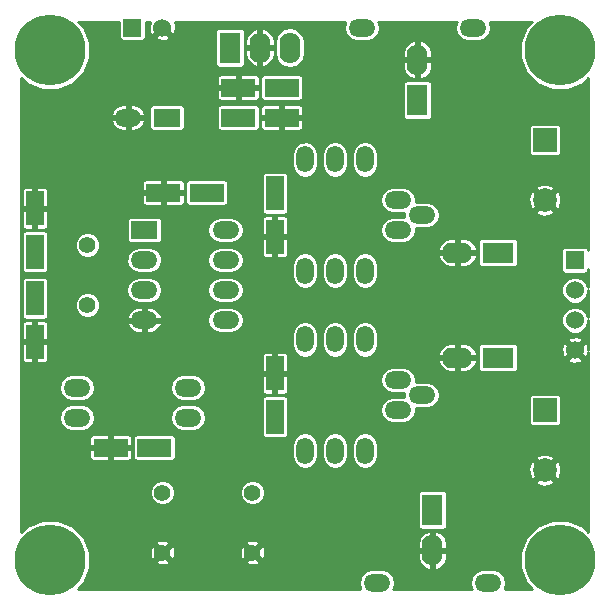
<source format=gbl>
G04 (created by PCBNEW (2013-07-07 BZR 4022)-stable) date 5/22/2015 10:04:36 PM*
%MOIN*%
G04 Gerber Fmt 3.4, Leading zero omitted, Abs format*
%FSLAX34Y34*%
G01*
G70*
G90*
G04 APERTURE LIST*
%ADD10C,0.00590551*%
%ADD11O,0.0885X0.059*%
%ADD12R,0.069X0.1035*%
%ADD13O,0.069X0.1035*%
%ADD14C,0.055*%
%ADD15O,0.059X0.0885*%
%ADD16R,0.06X0.06*%
%ADD17C,0.06*%
%ADD18C,0.056*%
%ADD19R,0.0885X0.059*%
%ADD20R,0.059X0.114*%
%ADD21R,0.114X0.059*%
%ADD22C,0.23622*%
%ADD23R,0.1035X0.069*%
%ADD24O,0.1035X0.069*%
%ADD25R,0.079X0.079*%
%ADD26C,0.079*%
%ADD27C,0.01*%
G04 APERTURE END LIST*
G54D10*
G54D11*
X82102Y-63250D03*
X82897Y-63750D03*
X82102Y-64250D03*
X82102Y-57250D03*
X82897Y-57750D03*
X82102Y-58250D03*
G54D12*
X76500Y-52172D03*
G54D13*
X77500Y-52172D03*
X78500Y-52172D03*
G54D14*
X74250Y-69000D03*
X74250Y-67000D03*
X77250Y-69000D03*
X77250Y-67000D03*
G54D15*
X80000Y-61897D03*
X80000Y-65602D03*
G54D11*
X71397Y-64500D03*
X75102Y-64500D03*
X75102Y-63500D03*
X71397Y-63500D03*
X81397Y-70000D03*
X85102Y-70000D03*
G54D15*
X81000Y-65602D03*
X81000Y-61897D03*
X79000Y-65602D03*
X79000Y-61897D03*
X81000Y-59602D03*
X81000Y-55897D03*
X80000Y-59602D03*
X80000Y-55897D03*
X79000Y-55897D03*
X79000Y-59602D03*
G54D11*
X80897Y-51500D03*
X84602Y-51500D03*
G54D16*
X88000Y-59250D03*
G54D17*
X88000Y-60250D03*
X88000Y-61250D03*
X88000Y-62250D03*
G54D16*
X73250Y-51500D03*
G54D17*
X74250Y-51500D03*
G54D18*
X71750Y-58750D03*
X71750Y-60750D03*
G54D19*
X74397Y-54500D03*
G54D11*
X73102Y-54500D03*
G54D19*
X73647Y-58250D03*
G54D11*
X73647Y-59250D03*
X73647Y-60250D03*
X73647Y-61250D03*
X76352Y-61250D03*
X76352Y-60250D03*
X76352Y-58250D03*
X76352Y-59250D03*
G54D20*
X78000Y-64475D03*
X78000Y-63025D03*
G54D21*
X75725Y-57000D03*
X74275Y-57000D03*
X76775Y-54500D03*
X78225Y-54500D03*
X73975Y-65500D03*
X72525Y-65500D03*
G54D20*
X70000Y-58975D03*
X70000Y-57525D03*
X70000Y-60525D03*
X70000Y-61975D03*
X78000Y-57025D03*
X78000Y-58475D03*
G54D21*
X78225Y-53500D03*
X76775Y-53500D03*
G54D22*
X87500Y-69250D03*
X70500Y-69250D03*
X70500Y-52250D03*
X87500Y-52250D03*
G54D12*
X82750Y-53922D03*
G54D13*
X82750Y-52577D03*
G54D23*
X85422Y-59000D03*
G54D24*
X84077Y-59000D03*
G54D23*
X85422Y-62500D03*
G54D24*
X84077Y-62500D03*
G54D12*
X83250Y-67577D03*
G54D13*
X83250Y-68922D03*
G54D25*
X87000Y-55250D03*
G54D26*
X87000Y-57250D03*
G54D25*
X87000Y-64250D03*
G54D26*
X87000Y-66250D03*
G54D10*
G36*
X88450Y-68317D02*
X88260Y-68127D01*
X88260Y-62581D01*
X88000Y-62320D01*
X87929Y-62391D01*
X87929Y-62250D01*
X87668Y-61989D01*
X87601Y-62022D01*
X87549Y-62177D01*
X87549Y-57330D01*
X87545Y-57236D01*
X87545Y-55615D01*
X87545Y-54825D01*
X87522Y-54770D01*
X87480Y-54727D01*
X87424Y-54705D01*
X87365Y-54704D01*
X86575Y-54704D01*
X86520Y-54727D01*
X86477Y-54769D01*
X86455Y-54825D01*
X86454Y-54884D01*
X86454Y-55674D01*
X86477Y-55729D01*
X86519Y-55772D01*
X86575Y-55794D01*
X86634Y-55795D01*
X87424Y-55795D01*
X87479Y-55772D01*
X87522Y-55730D01*
X87544Y-55674D01*
X87545Y-55615D01*
X87545Y-57236D01*
X87538Y-57114D01*
X87477Y-56965D01*
X87400Y-56920D01*
X87329Y-56991D01*
X87329Y-56849D01*
X87284Y-56772D01*
X87080Y-56700D01*
X86864Y-56711D01*
X86715Y-56772D01*
X86670Y-56849D01*
X87000Y-57179D01*
X87329Y-56849D01*
X87329Y-56991D01*
X87070Y-57250D01*
X87400Y-57579D01*
X87477Y-57534D01*
X87549Y-57330D01*
X87549Y-62177D01*
X87544Y-62192D01*
X87557Y-62370D01*
X87601Y-62477D01*
X87668Y-62510D01*
X87929Y-62250D01*
X87929Y-62391D01*
X87739Y-62581D01*
X87772Y-62648D01*
X87942Y-62705D01*
X88120Y-62692D01*
X88227Y-62648D01*
X88260Y-62581D01*
X88260Y-68127D01*
X88254Y-68122D01*
X87765Y-67919D01*
X87549Y-67918D01*
X87549Y-66330D01*
X87545Y-66236D01*
X87545Y-64615D01*
X87545Y-63825D01*
X87522Y-63770D01*
X87480Y-63727D01*
X87424Y-63705D01*
X87365Y-63704D01*
X87329Y-63704D01*
X87329Y-57650D01*
X87000Y-57320D01*
X86929Y-57391D01*
X86929Y-57250D01*
X86599Y-56920D01*
X86522Y-56965D01*
X86450Y-57169D01*
X86461Y-57385D01*
X86522Y-57534D01*
X86599Y-57579D01*
X86929Y-57250D01*
X86929Y-57391D01*
X86670Y-57650D01*
X86715Y-57727D01*
X86919Y-57799D01*
X87135Y-57788D01*
X87284Y-57727D01*
X87329Y-57650D01*
X87329Y-63704D01*
X86575Y-63704D01*
X86520Y-63727D01*
X86477Y-63769D01*
X86455Y-63825D01*
X86454Y-63884D01*
X86454Y-64674D01*
X86477Y-64729D01*
X86519Y-64772D01*
X86575Y-64794D01*
X86634Y-64795D01*
X87424Y-64795D01*
X87479Y-64772D01*
X87522Y-64730D01*
X87544Y-64674D01*
X87545Y-64615D01*
X87545Y-66236D01*
X87538Y-66114D01*
X87477Y-65965D01*
X87400Y-65920D01*
X87329Y-65991D01*
X87329Y-65849D01*
X87284Y-65772D01*
X87080Y-65700D01*
X86864Y-65711D01*
X86715Y-65772D01*
X86670Y-65849D01*
X87000Y-66179D01*
X87329Y-65849D01*
X87329Y-65991D01*
X87070Y-66250D01*
X87400Y-66579D01*
X87477Y-66534D01*
X87549Y-66330D01*
X87549Y-67918D01*
X87329Y-67918D01*
X87329Y-66650D01*
X87000Y-66320D01*
X86929Y-66391D01*
X86929Y-66250D01*
X86599Y-65920D01*
X86522Y-65965D01*
X86450Y-66169D01*
X86461Y-66385D01*
X86522Y-66534D01*
X86599Y-66579D01*
X86929Y-66250D01*
X86929Y-66391D01*
X86670Y-66650D01*
X86715Y-66727D01*
X86919Y-66799D01*
X87135Y-66788D01*
X87284Y-66727D01*
X87329Y-66650D01*
X87329Y-67918D01*
X87236Y-67918D01*
X86746Y-68120D01*
X86372Y-68495D01*
X86169Y-68984D01*
X86168Y-69513D01*
X86370Y-70003D01*
X86567Y-70200D01*
X86090Y-70200D01*
X86090Y-62815D01*
X86090Y-62125D01*
X86090Y-59315D01*
X86090Y-58625D01*
X86067Y-58570D01*
X86025Y-58527D01*
X85969Y-58505D01*
X85910Y-58504D01*
X84875Y-58504D01*
X84820Y-58527D01*
X84777Y-58569D01*
X84755Y-58625D01*
X84754Y-58684D01*
X84754Y-59374D01*
X84777Y-59429D01*
X84819Y-59472D01*
X84875Y-59494D01*
X84934Y-59495D01*
X85969Y-59495D01*
X86024Y-59472D01*
X86067Y-59430D01*
X86089Y-59374D01*
X86090Y-59315D01*
X86090Y-62125D01*
X86067Y-62070D01*
X86025Y-62027D01*
X85969Y-62005D01*
X85910Y-62004D01*
X84875Y-62004D01*
X84820Y-62027D01*
X84777Y-62069D01*
X84755Y-62125D01*
X84754Y-62184D01*
X84754Y-62874D01*
X84777Y-62929D01*
X84819Y-62972D01*
X84875Y-62994D01*
X84934Y-62995D01*
X85969Y-62995D01*
X86024Y-62972D01*
X86067Y-62930D01*
X86089Y-62874D01*
X86090Y-62815D01*
X86090Y-70200D01*
X85652Y-70200D01*
X85672Y-70170D01*
X85706Y-70000D01*
X85672Y-69829D01*
X85576Y-69685D01*
X85431Y-69588D01*
X85261Y-69555D01*
X84943Y-69555D01*
X84773Y-69588D01*
X84728Y-69618D01*
X84728Y-62626D01*
X84728Y-62373D01*
X84728Y-59126D01*
X84728Y-58873D01*
X84726Y-58856D01*
X84635Y-58685D01*
X84485Y-58561D01*
X84300Y-58505D01*
X84127Y-58505D01*
X84127Y-58950D01*
X84704Y-58950D01*
X84728Y-58873D01*
X84728Y-59126D01*
X84704Y-59050D01*
X84127Y-59050D01*
X84127Y-59495D01*
X84300Y-59495D01*
X84485Y-59438D01*
X84635Y-59314D01*
X84726Y-59143D01*
X84728Y-59126D01*
X84728Y-62373D01*
X84726Y-62356D01*
X84635Y-62185D01*
X84485Y-62061D01*
X84300Y-62005D01*
X84127Y-62005D01*
X84127Y-62450D01*
X84704Y-62450D01*
X84728Y-62373D01*
X84728Y-62626D01*
X84704Y-62550D01*
X84127Y-62550D01*
X84127Y-62995D01*
X84300Y-62995D01*
X84485Y-62938D01*
X84635Y-62814D01*
X84726Y-62643D01*
X84728Y-62626D01*
X84728Y-69618D01*
X84628Y-69685D01*
X84532Y-69829D01*
X84498Y-70000D01*
X84532Y-70170D01*
X84552Y-70200D01*
X84027Y-70200D01*
X84027Y-62995D01*
X84027Y-62550D01*
X84027Y-62450D01*
X84027Y-62005D01*
X84027Y-59495D01*
X84027Y-59050D01*
X84027Y-58950D01*
X84027Y-58505D01*
X83855Y-58505D01*
X83669Y-58561D01*
X83519Y-58685D01*
X83501Y-58719D01*
X83501Y-57750D01*
X83467Y-57579D01*
X83371Y-57435D01*
X83245Y-57350D01*
X83245Y-54410D01*
X83245Y-53375D01*
X83245Y-53375D01*
X83245Y-52800D01*
X83245Y-52627D01*
X83245Y-52527D01*
X83245Y-52355D01*
X83188Y-52169D01*
X83064Y-52019D01*
X82893Y-51928D01*
X82876Y-51926D01*
X82800Y-51950D01*
X82800Y-52527D01*
X83245Y-52527D01*
X83245Y-52627D01*
X82800Y-52627D01*
X82800Y-53204D01*
X82876Y-53228D01*
X82893Y-53226D01*
X83064Y-53135D01*
X83188Y-52985D01*
X83245Y-52800D01*
X83245Y-53375D01*
X83222Y-53320D01*
X83180Y-53277D01*
X83124Y-53255D01*
X83065Y-53254D01*
X82700Y-53254D01*
X82700Y-53204D01*
X82700Y-52627D01*
X82700Y-52527D01*
X82700Y-51950D01*
X82623Y-51926D01*
X82606Y-51928D01*
X82435Y-52019D01*
X82311Y-52169D01*
X82255Y-52355D01*
X82255Y-52527D01*
X82700Y-52527D01*
X82700Y-52627D01*
X82255Y-52627D01*
X82255Y-52800D01*
X82311Y-52985D01*
X82435Y-53135D01*
X82606Y-53226D01*
X82623Y-53228D01*
X82700Y-53204D01*
X82700Y-53254D01*
X82375Y-53254D01*
X82320Y-53277D01*
X82277Y-53319D01*
X82255Y-53375D01*
X82254Y-53434D01*
X82254Y-54469D01*
X82277Y-54524D01*
X82319Y-54567D01*
X82375Y-54589D01*
X82434Y-54590D01*
X83124Y-54590D01*
X83179Y-54567D01*
X83222Y-54525D01*
X83244Y-54469D01*
X83245Y-54410D01*
X83245Y-57350D01*
X83226Y-57338D01*
X83056Y-57305D01*
X82738Y-57305D01*
X82693Y-57313D01*
X82706Y-57250D01*
X82672Y-57079D01*
X82576Y-56935D01*
X82431Y-56838D01*
X82261Y-56805D01*
X81943Y-56805D01*
X81773Y-56838D01*
X81628Y-56935D01*
X81532Y-57079D01*
X81498Y-57250D01*
X81532Y-57420D01*
X81628Y-57564D01*
X81773Y-57661D01*
X81943Y-57695D01*
X82261Y-57695D01*
X82306Y-57686D01*
X82293Y-57750D01*
X82306Y-57813D01*
X82261Y-57805D01*
X81943Y-57805D01*
X81773Y-57838D01*
X81628Y-57935D01*
X81532Y-58079D01*
X81498Y-58250D01*
X81532Y-58420D01*
X81628Y-58564D01*
X81773Y-58661D01*
X81943Y-58695D01*
X82261Y-58695D01*
X82431Y-58661D01*
X82576Y-58564D01*
X82672Y-58420D01*
X82706Y-58250D01*
X82693Y-58186D01*
X82738Y-58195D01*
X83056Y-58195D01*
X83226Y-58161D01*
X83371Y-58064D01*
X83467Y-57920D01*
X83501Y-57750D01*
X83501Y-58719D01*
X83428Y-58856D01*
X83426Y-58873D01*
X83450Y-58950D01*
X84027Y-58950D01*
X84027Y-59050D01*
X83450Y-59050D01*
X83426Y-59126D01*
X83428Y-59143D01*
X83519Y-59314D01*
X83669Y-59438D01*
X83855Y-59495D01*
X84027Y-59495D01*
X84027Y-62005D01*
X83855Y-62005D01*
X83669Y-62061D01*
X83519Y-62185D01*
X83428Y-62356D01*
X83426Y-62373D01*
X83450Y-62450D01*
X84027Y-62450D01*
X84027Y-62550D01*
X83450Y-62550D01*
X83426Y-62626D01*
X83428Y-62643D01*
X83519Y-62814D01*
X83669Y-62938D01*
X83855Y-62995D01*
X84027Y-62995D01*
X84027Y-70200D01*
X83745Y-70200D01*
X83745Y-68065D01*
X83745Y-67030D01*
X83722Y-66975D01*
X83680Y-66932D01*
X83624Y-66910D01*
X83565Y-66909D01*
X83501Y-66909D01*
X83501Y-63750D01*
X83467Y-63579D01*
X83371Y-63435D01*
X83226Y-63338D01*
X83056Y-63305D01*
X82738Y-63305D01*
X82693Y-63313D01*
X82706Y-63250D01*
X82672Y-63079D01*
X82576Y-62935D01*
X82431Y-62838D01*
X82261Y-62805D01*
X81943Y-62805D01*
X81773Y-62838D01*
X81628Y-62935D01*
X81532Y-63079D01*
X81498Y-63250D01*
X81532Y-63420D01*
X81628Y-63564D01*
X81773Y-63661D01*
X81943Y-63695D01*
X82261Y-63695D01*
X82306Y-63686D01*
X82293Y-63750D01*
X82306Y-63813D01*
X82261Y-63805D01*
X81943Y-63805D01*
X81773Y-63838D01*
X81628Y-63935D01*
X81532Y-64079D01*
X81498Y-64250D01*
X81532Y-64420D01*
X81628Y-64564D01*
X81773Y-64661D01*
X81943Y-64695D01*
X82261Y-64695D01*
X82431Y-64661D01*
X82576Y-64564D01*
X82672Y-64420D01*
X82706Y-64250D01*
X82693Y-64186D01*
X82738Y-64195D01*
X83056Y-64195D01*
X83226Y-64161D01*
X83371Y-64064D01*
X83467Y-63920D01*
X83501Y-63750D01*
X83501Y-66909D01*
X82875Y-66909D01*
X82820Y-66932D01*
X82777Y-66974D01*
X82755Y-67030D01*
X82754Y-67089D01*
X82754Y-68124D01*
X82777Y-68179D01*
X82819Y-68222D01*
X82875Y-68244D01*
X82934Y-68245D01*
X83624Y-68245D01*
X83679Y-68222D01*
X83722Y-68180D01*
X83744Y-68124D01*
X83745Y-68065D01*
X83745Y-70200D01*
X83745Y-70200D01*
X83745Y-69145D01*
X83745Y-68972D01*
X83745Y-68872D01*
X83745Y-68700D01*
X83688Y-68514D01*
X83564Y-68364D01*
X83393Y-68273D01*
X83376Y-68271D01*
X83300Y-68295D01*
X83300Y-68872D01*
X83745Y-68872D01*
X83745Y-68972D01*
X83300Y-68972D01*
X83300Y-69549D01*
X83376Y-69573D01*
X83393Y-69571D01*
X83564Y-69480D01*
X83688Y-69330D01*
X83745Y-69145D01*
X83745Y-70200D01*
X83200Y-70200D01*
X83200Y-69549D01*
X83200Y-68972D01*
X83200Y-68872D01*
X83200Y-68295D01*
X83123Y-68271D01*
X83106Y-68273D01*
X82935Y-68364D01*
X82811Y-68514D01*
X82755Y-68700D01*
X82755Y-68872D01*
X83200Y-68872D01*
X83200Y-68972D01*
X82755Y-68972D01*
X82755Y-69145D01*
X82811Y-69330D01*
X82935Y-69480D01*
X83106Y-69571D01*
X83123Y-69573D01*
X83200Y-69549D01*
X83200Y-70200D01*
X81947Y-70200D01*
X81967Y-70170D01*
X82001Y-70000D01*
X81967Y-69829D01*
X81871Y-69685D01*
X81726Y-69588D01*
X81556Y-69555D01*
X81445Y-69555D01*
X81445Y-65761D01*
X81445Y-65443D01*
X81445Y-62056D01*
X81445Y-61738D01*
X81445Y-59761D01*
X81445Y-59443D01*
X81445Y-56056D01*
X81445Y-55738D01*
X81411Y-55568D01*
X81314Y-55423D01*
X81170Y-55327D01*
X81000Y-55293D01*
X80829Y-55327D01*
X80685Y-55423D01*
X80588Y-55568D01*
X80555Y-55738D01*
X80555Y-56056D01*
X80588Y-56226D01*
X80685Y-56371D01*
X80829Y-56467D01*
X81000Y-56501D01*
X81170Y-56467D01*
X81314Y-56371D01*
X81411Y-56226D01*
X81445Y-56056D01*
X81445Y-59443D01*
X81411Y-59273D01*
X81314Y-59128D01*
X81170Y-59032D01*
X81000Y-58998D01*
X80829Y-59032D01*
X80685Y-59128D01*
X80588Y-59273D01*
X80555Y-59443D01*
X80555Y-59761D01*
X80588Y-59931D01*
X80685Y-60076D01*
X80829Y-60172D01*
X81000Y-60206D01*
X81170Y-60172D01*
X81314Y-60076D01*
X81411Y-59931D01*
X81445Y-59761D01*
X81445Y-61738D01*
X81411Y-61568D01*
X81314Y-61423D01*
X81170Y-61327D01*
X81000Y-61293D01*
X80829Y-61327D01*
X80685Y-61423D01*
X80588Y-61568D01*
X80555Y-61738D01*
X80555Y-62056D01*
X80588Y-62226D01*
X80685Y-62371D01*
X80829Y-62467D01*
X81000Y-62501D01*
X81170Y-62467D01*
X81314Y-62371D01*
X81411Y-62226D01*
X81445Y-62056D01*
X81445Y-65443D01*
X81411Y-65273D01*
X81314Y-65128D01*
X81170Y-65032D01*
X81000Y-64998D01*
X80829Y-65032D01*
X80685Y-65128D01*
X80588Y-65273D01*
X80555Y-65443D01*
X80555Y-65761D01*
X80588Y-65931D01*
X80685Y-66076D01*
X80829Y-66172D01*
X81000Y-66206D01*
X81170Y-66172D01*
X81314Y-66076D01*
X81411Y-65931D01*
X81445Y-65761D01*
X81445Y-69555D01*
X81238Y-69555D01*
X81068Y-69588D01*
X80923Y-69685D01*
X80827Y-69829D01*
X80793Y-70000D01*
X80827Y-70170D01*
X80847Y-70200D01*
X80445Y-70200D01*
X80445Y-65761D01*
X80445Y-65443D01*
X80445Y-62056D01*
X80445Y-61738D01*
X80445Y-59761D01*
X80445Y-59443D01*
X80445Y-56056D01*
X80445Y-55738D01*
X80411Y-55568D01*
X80314Y-55423D01*
X80170Y-55327D01*
X80000Y-55293D01*
X79829Y-55327D01*
X79685Y-55423D01*
X79588Y-55568D01*
X79555Y-55738D01*
X79555Y-56056D01*
X79588Y-56226D01*
X79685Y-56371D01*
X79829Y-56467D01*
X80000Y-56501D01*
X80170Y-56467D01*
X80314Y-56371D01*
X80411Y-56226D01*
X80445Y-56056D01*
X80445Y-59443D01*
X80411Y-59273D01*
X80314Y-59128D01*
X80170Y-59032D01*
X80000Y-58998D01*
X79829Y-59032D01*
X79685Y-59128D01*
X79588Y-59273D01*
X79555Y-59443D01*
X79555Y-59761D01*
X79588Y-59931D01*
X79685Y-60076D01*
X79829Y-60172D01*
X80000Y-60206D01*
X80170Y-60172D01*
X80314Y-60076D01*
X80411Y-59931D01*
X80445Y-59761D01*
X80445Y-61738D01*
X80411Y-61568D01*
X80314Y-61423D01*
X80170Y-61327D01*
X80000Y-61293D01*
X79829Y-61327D01*
X79685Y-61423D01*
X79588Y-61568D01*
X79555Y-61738D01*
X79555Y-62056D01*
X79588Y-62226D01*
X79685Y-62371D01*
X79829Y-62467D01*
X80000Y-62501D01*
X80170Y-62467D01*
X80314Y-62371D01*
X80411Y-62226D01*
X80445Y-62056D01*
X80445Y-65443D01*
X80411Y-65273D01*
X80314Y-65128D01*
X80170Y-65032D01*
X80000Y-64998D01*
X79829Y-65032D01*
X79685Y-65128D01*
X79588Y-65273D01*
X79555Y-65443D01*
X79555Y-65761D01*
X79588Y-65931D01*
X79685Y-66076D01*
X79829Y-66172D01*
X80000Y-66206D01*
X80170Y-66172D01*
X80314Y-66076D01*
X80411Y-65931D01*
X80445Y-65761D01*
X80445Y-70200D01*
X79445Y-70200D01*
X79445Y-65761D01*
X79445Y-65443D01*
X79445Y-62056D01*
X79445Y-61738D01*
X79445Y-59761D01*
X79445Y-59443D01*
X79445Y-56056D01*
X79445Y-55738D01*
X79411Y-55568D01*
X79314Y-55423D01*
X79170Y-55327D01*
X79000Y-55293D01*
X78995Y-55294D01*
X78995Y-52358D01*
X78995Y-51986D01*
X78957Y-51797D01*
X78850Y-51636D01*
X78689Y-51529D01*
X78500Y-51491D01*
X78310Y-51529D01*
X78149Y-51636D01*
X78042Y-51797D01*
X78005Y-51986D01*
X78005Y-52358D01*
X78042Y-52547D01*
X78149Y-52708D01*
X78310Y-52815D01*
X78500Y-52853D01*
X78689Y-52815D01*
X78850Y-52708D01*
X78957Y-52547D01*
X78995Y-52358D01*
X78995Y-55294D01*
X78945Y-55304D01*
X78945Y-54765D01*
X78945Y-54234D01*
X78945Y-53765D01*
X78945Y-53175D01*
X78922Y-53120D01*
X78880Y-53077D01*
X78824Y-53055D01*
X78765Y-53054D01*
X77995Y-53054D01*
X77995Y-52395D01*
X77995Y-52222D01*
X77995Y-52122D01*
X77995Y-51950D01*
X77938Y-51764D01*
X77814Y-51614D01*
X77643Y-51523D01*
X77626Y-51521D01*
X77550Y-51545D01*
X77550Y-52122D01*
X77995Y-52122D01*
X77995Y-52222D01*
X77550Y-52222D01*
X77550Y-52799D01*
X77626Y-52823D01*
X77643Y-52821D01*
X77814Y-52730D01*
X77938Y-52580D01*
X77995Y-52395D01*
X77995Y-53054D01*
X77625Y-53054D01*
X77570Y-53077D01*
X77527Y-53119D01*
X77505Y-53175D01*
X77504Y-53234D01*
X77504Y-53824D01*
X77527Y-53879D01*
X77569Y-53922D01*
X77625Y-53944D01*
X77684Y-53945D01*
X78824Y-53945D01*
X78879Y-53922D01*
X78922Y-53880D01*
X78944Y-53824D01*
X78945Y-53765D01*
X78945Y-54234D01*
X78944Y-54175D01*
X78922Y-54119D01*
X78879Y-54077D01*
X78824Y-54054D01*
X78312Y-54055D01*
X78275Y-54092D01*
X78275Y-54450D01*
X78907Y-54450D01*
X78945Y-54412D01*
X78945Y-54234D01*
X78945Y-54765D01*
X78945Y-54587D01*
X78907Y-54550D01*
X78275Y-54550D01*
X78275Y-54907D01*
X78312Y-54945D01*
X78824Y-54945D01*
X78879Y-54922D01*
X78922Y-54880D01*
X78944Y-54824D01*
X78945Y-54765D01*
X78945Y-55304D01*
X78829Y-55327D01*
X78685Y-55423D01*
X78588Y-55568D01*
X78555Y-55738D01*
X78555Y-56056D01*
X78588Y-56226D01*
X78685Y-56371D01*
X78829Y-56467D01*
X79000Y-56501D01*
X79170Y-56467D01*
X79314Y-56371D01*
X79411Y-56226D01*
X79445Y-56056D01*
X79445Y-59443D01*
X79411Y-59273D01*
X79314Y-59128D01*
X79170Y-59032D01*
X79000Y-58998D01*
X78829Y-59032D01*
X78685Y-59128D01*
X78588Y-59273D01*
X78555Y-59443D01*
X78555Y-59761D01*
X78588Y-59931D01*
X78685Y-60076D01*
X78829Y-60172D01*
X79000Y-60206D01*
X79170Y-60172D01*
X79314Y-60076D01*
X79411Y-59931D01*
X79445Y-59761D01*
X79445Y-61738D01*
X79411Y-61568D01*
X79314Y-61423D01*
X79170Y-61327D01*
X79000Y-61293D01*
X78829Y-61327D01*
X78685Y-61423D01*
X78588Y-61568D01*
X78555Y-61738D01*
X78555Y-62056D01*
X78588Y-62226D01*
X78685Y-62371D01*
X78829Y-62467D01*
X79000Y-62501D01*
X79170Y-62467D01*
X79314Y-62371D01*
X79411Y-62226D01*
X79445Y-62056D01*
X79445Y-65443D01*
X79411Y-65273D01*
X79314Y-65128D01*
X79170Y-65032D01*
X79000Y-64998D01*
X78829Y-65032D01*
X78685Y-65128D01*
X78588Y-65273D01*
X78555Y-65443D01*
X78555Y-65761D01*
X78588Y-65931D01*
X78685Y-66076D01*
X78829Y-66172D01*
X79000Y-66206D01*
X79170Y-66172D01*
X79314Y-66076D01*
X79411Y-65931D01*
X79445Y-65761D01*
X79445Y-70200D01*
X78445Y-70200D01*
X78445Y-65015D01*
X78445Y-63875D01*
X78445Y-63624D01*
X78445Y-62425D01*
X78445Y-59074D01*
X78445Y-57875D01*
X78445Y-57565D01*
X78445Y-56425D01*
X78422Y-56370D01*
X78380Y-56327D01*
X78324Y-56305D01*
X78265Y-56304D01*
X78175Y-56304D01*
X78175Y-54907D01*
X78175Y-54550D01*
X78175Y-54450D01*
X78175Y-54092D01*
X78137Y-54055D01*
X77625Y-54054D01*
X77570Y-54077D01*
X77527Y-54119D01*
X77505Y-54175D01*
X77504Y-54234D01*
X77505Y-54412D01*
X77542Y-54450D01*
X78175Y-54450D01*
X78175Y-54550D01*
X77542Y-54550D01*
X77505Y-54587D01*
X77504Y-54765D01*
X77505Y-54824D01*
X77527Y-54880D01*
X77570Y-54922D01*
X77625Y-54945D01*
X78137Y-54945D01*
X78175Y-54907D01*
X78175Y-56304D01*
X77675Y-56304D01*
X77620Y-56327D01*
X77577Y-56369D01*
X77555Y-56425D01*
X77554Y-56484D01*
X77554Y-57624D01*
X77577Y-57679D01*
X77619Y-57722D01*
X77675Y-57744D01*
X77734Y-57745D01*
X78324Y-57745D01*
X78379Y-57722D01*
X78422Y-57680D01*
X78444Y-57624D01*
X78445Y-57565D01*
X78445Y-57875D01*
X78422Y-57820D01*
X78380Y-57777D01*
X78324Y-57755D01*
X78265Y-57754D01*
X78087Y-57755D01*
X78050Y-57792D01*
X78050Y-58425D01*
X78407Y-58425D01*
X78445Y-58387D01*
X78445Y-57875D01*
X78445Y-59074D01*
X78445Y-58562D01*
X78407Y-58525D01*
X78050Y-58525D01*
X78050Y-59157D01*
X78087Y-59195D01*
X78265Y-59195D01*
X78324Y-59194D01*
X78380Y-59172D01*
X78422Y-59129D01*
X78445Y-59074D01*
X78445Y-62425D01*
X78422Y-62370D01*
X78380Y-62327D01*
X78324Y-62305D01*
X78265Y-62304D01*
X78087Y-62305D01*
X78050Y-62342D01*
X78050Y-62975D01*
X78407Y-62975D01*
X78445Y-62937D01*
X78445Y-62425D01*
X78445Y-63624D01*
X78445Y-63112D01*
X78407Y-63075D01*
X78050Y-63075D01*
X78050Y-63707D01*
X78087Y-63745D01*
X78265Y-63745D01*
X78324Y-63744D01*
X78380Y-63722D01*
X78422Y-63679D01*
X78445Y-63624D01*
X78445Y-63875D01*
X78422Y-63820D01*
X78380Y-63777D01*
X78324Y-63755D01*
X78265Y-63754D01*
X77950Y-63754D01*
X77950Y-63707D01*
X77950Y-63075D01*
X77950Y-62975D01*
X77950Y-62342D01*
X77950Y-59157D01*
X77950Y-58525D01*
X77950Y-58425D01*
X77950Y-57792D01*
X77912Y-57755D01*
X77734Y-57754D01*
X77675Y-57755D01*
X77619Y-57777D01*
X77577Y-57820D01*
X77554Y-57875D01*
X77555Y-58387D01*
X77592Y-58425D01*
X77950Y-58425D01*
X77950Y-58525D01*
X77592Y-58525D01*
X77555Y-58562D01*
X77554Y-59074D01*
X77577Y-59129D01*
X77619Y-59172D01*
X77675Y-59194D01*
X77734Y-59195D01*
X77912Y-59195D01*
X77950Y-59157D01*
X77950Y-62342D01*
X77912Y-62305D01*
X77734Y-62304D01*
X77675Y-62305D01*
X77619Y-62327D01*
X77577Y-62370D01*
X77554Y-62425D01*
X77555Y-62937D01*
X77592Y-62975D01*
X77950Y-62975D01*
X77950Y-63075D01*
X77592Y-63075D01*
X77555Y-63112D01*
X77554Y-63624D01*
X77577Y-63679D01*
X77619Y-63722D01*
X77675Y-63744D01*
X77734Y-63745D01*
X77912Y-63745D01*
X77950Y-63707D01*
X77950Y-63754D01*
X77675Y-63754D01*
X77620Y-63777D01*
X77577Y-63819D01*
X77555Y-63875D01*
X77554Y-63934D01*
X77554Y-65074D01*
X77577Y-65129D01*
X77619Y-65172D01*
X77675Y-65194D01*
X77734Y-65195D01*
X78324Y-65195D01*
X78379Y-65172D01*
X78422Y-65130D01*
X78444Y-65074D01*
X78445Y-65015D01*
X78445Y-70200D01*
X77680Y-70200D01*
X77680Y-69051D01*
X77675Y-68984D01*
X77675Y-66915D01*
X77610Y-66759D01*
X77495Y-66643D01*
X77495Y-54765D01*
X77495Y-54175D01*
X77495Y-53765D01*
X77495Y-53234D01*
X77494Y-53175D01*
X77472Y-53119D01*
X77450Y-53097D01*
X77450Y-52799D01*
X77450Y-52222D01*
X77450Y-52122D01*
X77450Y-51545D01*
X77373Y-51521D01*
X77356Y-51523D01*
X77185Y-51614D01*
X77061Y-51764D01*
X77005Y-51950D01*
X77005Y-52122D01*
X77450Y-52122D01*
X77450Y-52222D01*
X77005Y-52222D01*
X77005Y-52395D01*
X77061Y-52580D01*
X77185Y-52730D01*
X77356Y-52821D01*
X77373Y-52823D01*
X77450Y-52799D01*
X77450Y-53097D01*
X77429Y-53077D01*
X77374Y-53054D01*
X76995Y-53054D01*
X76995Y-52660D01*
X76995Y-51625D01*
X76972Y-51570D01*
X76930Y-51527D01*
X76874Y-51505D01*
X76815Y-51504D01*
X76125Y-51504D01*
X76070Y-51527D01*
X76027Y-51569D01*
X76005Y-51625D01*
X76004Y-51684D01*
X76004Y-52719D01*
X76027Y-52774D01*
X76069Y-52817D01*
X76125Y-52839D01*
X76184Y-52840D01*
X76874Y-52840D01*
X76929Y-52817D01*
X76972Y-52775D01*
X76994Y-52719D01*
X76995Y-52660D01*
X76995Y-53054D01*
X76862Y-53055D01*
X76825Y-53092D01*
X76825Y-53450D01*
X77457Y-53450D01*
X77495Y-53412D01*
X77495Y-53234D01*
X77495Y-53765D01*
X77495Y-53587D01*
X77457Y-53550D01*
X76825Y-53550D01*
X76825Y-53907D01*
X76862Y-53945D01*
X77374Y-53945D01*
X77429Y-53922D01*
X77472Y-53880D01*
X77494Y-53824D01*
X77495Y-53765D01*
X77495Y-54175D01*
X77472Y-54120D01*
X77430Y-54077D01*
X77374Y-54055D01*
X77315Y-54054D01*
X76725Y-54054D01*
X76725Y-53907D01*
X76725Y-53550D01*
X76725Y-53450D01*
X76725Y-53092D01*
X76687Y-53055D01*
X76175Y-53054D01*
X76120Y-53077D01*
X76077Y-53119D01*
X76055Y-53175D01*
X76054Y-53234D01*
X76055Y-53412D01*
X76092Y-53450D01*
X76725Y-53450D01*
X76725Y-53550D01*
X76092Y-53550D01*
X76055Y-53587D01*
X76054Y-53765D01*
X76055Y-53824D01*
X76077Y-53880D01*
X76120Y-53922D01*
X76175Y-53945D01*
X76687Y-53945D01*
X76725Y-53907D01*
X76725Y-54054D01*
X76175Y-54054D01*
X76120Y-54077D01*
X76077Y-54119D01*
X76055Y-54175D01*
X76054Y-54234D01*
X76054Y-54824D01*
X76077Y-54879D01*
X76119Y-54922D01*
X76175Y-54944D01*
X76234Y-54945D01*
X77374Y-54945D01*
X77429Y-54922D01*
X77472Y-54880D01*
X77494Y-54824D01*
X77495Y-54765D01*
X77495Y-66643D01*
X77491Y-66639D01*
X77334Y-66575D01*
X77165Y-66574D01*
X77009Y-66639D01*
X76956Y-66692D01*
X76956Y-61250D01*
X76956Y-60250D01*
X76956Y-59250D01*
X76956Y-58250D01*
X76922Y-58079D01*
X76826Y-57935D01*
X76681Y-57838D01*
X76511Y-57805D01*
X76445Y-57805D01*
X76445Y-57265D01*
X76445Y-56675D01*
X76422Y-56620D01*
X76380Y-56577D01*
X76324Y-56555D01*
X76265Y-56554D01*
X75125Y-56554D01*
X75070Y-56577D01*
X75027Y-56619D01*
X75005Y-56675D01*
X75004Y-56734D01*
X75004Y-57324D01*
X75027Y-57379D01*
X75069Y-57422D01*
X75125Y-57444D01*
X75184Y-57445D01*
X76324Y-57445D01*
X76379Y-57422D01*
X76422Y-57380D01*
X76444Y-57324D01*
X76445Y-57265D01*
X76445Y-57805D01*
X76193Y-57805D01*
X76023Y-57838D01*
X75878Y-57935D01*
X75782Y-58079D01*
X75748Y-58250D01*
X75782Y-58420D01*
X75878Y-58564D01*
X76023Y-58661D01*
X76193Y-58695D01*
X76511Y-58695D01*
X76681Y-58661D01*
X76826Y-58564D01*
X76922Y-58420D01*
X76956Y-58250D01*
X76956Y-59250D01*
X76922Y-59079D01*
X76826Y-58935D01*
X76681Y-58838D01*
X76511Y-58805D01*
X76193Y-58805D01*
X76023Y-58838D01*
X75878Y-58935D01*
X75782Y-59079D01*
X75748Y-59250D01*
X75782Y-59420D01*
X75878Y-59564D01*
X76023Y-59661D01*
X76193Y-59695D01*
X76511Y-59695D01*
X76681Y-59661D01*
X76826Y-59564D01*
X76922Y-59420D01*
X76956Y-59250D01*
X76956Y-60250D01*
X76922Y-60079D01*
X76826Y-59935D01*
X76681Y-59838D01*
X76511Y-59805D01*
X76193Y-59805D01*
X76023Y-59838D01*
X75878Y-59935D01*
X75782Y-60079D01*
X75748Y-60250D01*
X75782Y-60420D01*
X75878Y-60564D01*
X76023Y-60661D01*
X76193Y-60695D01*
X76511Y-60695D01*
X76681Y-60661D01*
X76826Y-60564D01*
X76922Y-60420D01*
X76956Y-60250D01*
X76956Y-61250D01*
X76922Y-61079D01*
X76826Y-60935D01*
X76681Y-60838D01*
X76511Y-60805D01*
X76193Y-60805D01*
X76023Y-60838D01*
X75878Y-60935D01*
X75782Y-61079D01*
X75748Y-61250D01*
X75782Y-61420D01*
X75878Y-61564D01*
X76023Y-61661D01*
X76193Y-61695D01*
X76511Y-61695D01*
X76681Y-61661D01*
X76826Y-61564D01*
X76922Y-61420D01*
X76956Y-61250D01*
X76956Y-66692D01*
X76889Y-66758D01*
X76825Y-66915D01*
X76824Y-67084D01*
X76889Y-67240D01*
X77008Y-67360D01*
X77165Y-67424D01*
X77334Y-67425D01*
X77490Y-67360D01*
X77610Y-67241D01*
X77674Y-67084D01*
X77675Y-66915D01*
X77675Y-68984D01*
X77667Y-68883D01*
X77627Y-68787D01*
X77563Y-68757D01*
X77492Y-68828D01*
X77492Y-68686D01*
X77462Y-68622D01*
X77301Y-68569D01*
X77133Y-68582D01*
X77037Y-68622D01*
X77007Y-68686D01*
X77250Y-68929D01*
X77492Y-68686D01*
X77492Y-68828D01*
X77320Y-69000D01*
X77563Y-69242D01*
X77627Y-69212D01*
X77680Y-69051D01*
X77680Y-70200D01*
X77492Y-70200D01*
X77492Y-69313D01*
X77250Y-69070D01*
X77179Y-69141D01*
X77179Y-69000D01*
X76936Y-68757D01*
X76872Y-68787D01*
X76819Y-68948D01*
X76832Y-69116D01*
X76872Y-69212D01*
X76936Y-69242D01*
X77179Y-69000D01*
X77179Y-69141D01*
X77007Y-69313D01*
X77037Y-69377D01*
X77198Y-69430D01*
X77366Y-69417D01*
X77462Y-69377D01*
X77492Y-69313D01*
X77492Y-70200D01*
X75706Y-70200D01*
X75706Y-64500D01*
X75706Y-63500D01*
X75672Y-63329D01*
X75576Y-63185D01*
X75431Y-63088D01*
X75261Y-63055D01*
X74995Y-63055D01*
X74995Y-57265D01*
X74995Y-56734D01*
X74994Y-56675D01*
X74990Y-56663D01*
X74990Y-54765D01*
X74990Y-54175D01*
X74967Y-54120D01*
X74925Y-54077D01*
X74869Y-54055D01*
X74810Y-54054D01*
X74510Y-54054D01*
X74510Y-51831D01*
X74250Y-51570D01*
X73989Y-51831D01*
X74022Y-51898D01*
X74192Y-51955D01*
X74370Y-51942D01*
X74477Y-51898D01*
X74510Y-51831D01*
X74510Y-54054D01*
X73925Y-54054D01*
X73870Y-54077D01*
X73827Y-54119D01*
X73805Y-54175D01*
X73804Y-54234D01*
X73804Y-54824D01*
X73827Y-54879D01*
X73869Y-54922D01*
X73925Y-54944D01*
X73984Y-54945D01*
X74869Y-54945D01*
X74924Y-54922D01*
X74967Y-54880D01*
X74989Y-54824D01*
X74990Y-54765D01*
X74990Y-56663D01*
X74972Y-56619D01*
X74929Y-56577D01*
X74874Y-56554D01*
X74362Y-56555D01*
X74325Y-56592D01*
X74325Y-56950D01*
X74957Y-56950D01*
X74995Y-56912D01*
X74995Y-56734D01*
X74995Y-57265D01*
X74995Y-57087D01*
X74957Y-57050D01*
X74325Y-57050D01*
X74325Y-57407D01*
X74362Y-57445D01*
X74874Y-57445D01*
X74929Y-57422D01*
X74972Y-57380D01*
X74994Y-57324D01*
X74995Y-57265D01*
X74995Y-63055D01*
X74943Y-63055D01*
X74773Y-63088D01*
X74628Y-63185D01*
X74532Y-63329D01*
X74498Y-63500D01*
X74532Y-63670D01*
X74628Y-63814D01*
X74773Y-63911D01*
X74943Y-63945D01*
X75261Y-63945D01*
X75431Y-63911D01*
X75576Y-63814D01*
X75672Y-63670D01*
X75706Y-63500D01*
X75706Y-64500D01*
X75672Y-64329D01*
X75576Y-64185D01*
X75431Y-64088D01*
X75261Y-64055D01*
X74943Y-64055D01*
X74773Y-64088D01*
X74628Y-64185D01*
X74532Y-64329D01*
X74498Y-64500D01*
X74532Y-64670D01*
X74628Y-64814D01*
X74773Y-64911D01*
X74943Y-64945D01*
X75261Y-64945D01*
X75431Y-64911D01*
X75576Y-64814D01*
X75672Y-64670D01*
X75706Y-64500D01*
X75706Y-70200D01*
X74695Y-70200D01*
X74695Y-65765D01*
X74695Y-65175D01*
X74672Y-65120D01*
X74630Y-65077D01*
X74574Y-65055D01*
X74515Y-65054D01*
X74251Y-65054D01*
X74251Y-60250D01*
X74251Y-59250D01*
X74240Y-59191D01*
X74240Y-58515D01*
X74240Y-57925D01*
X74225Y-57888D01*
X74225Y-57407D01*
X74225Y-57050D01*
X74225Y-56950D01*
X74225Y-56592D01*
X74187Y-56555D01*
X73678Y-56554D01*
X73678Y-54618D01*
X73678Y-54381D01*
X73600Y-54220D01*
X73466Y-54108D01*
X73300Y-54055D01*
X73152Y-54055D01*
X73152Y-54450D01*
X73654Y-54450D01*
X73678Y-54381D01*
X73678Y-54618D01*
X73654Y-54550D01*
X73152Y-54550D01*
X73152Y-54945D01*
X73300Y-54945D01*
X73466Y-54891D01*
X73600Y-54779D01*
X73678Y-54618D01*
X73678Y-56554D01*
X73675Y-56554D01*
X73620Y-56577D01*
X73577Y-56619D01*
X73555Y-56675D01*
X73554Y-56734D01*
X73555Y-56912D01*
X73592Y-56950D01*
X74225Y-56950D01*
X74225Y-57050D01*
X73592Y-57050D01*
X73555Y-57087D01*
X73554Y-57265D01*
X73555Y-57324D01*
X73577Y-57380D01*
X73620Y-57422D01*
X73675Y-57445D01*
X74187Y-57445D01*
X74225Y-57407D01*
X74225Y-57888D01*
X74217Y-57870D01*
X74175Y-57827D01*
X74119Y-57805D01*
X74060Y-57804D01*
X73175Y-57804D01*
X73120Y-57827D01*
X73077Y-57869D01*
X73055Y-57925D01*
X73054Y-57984D01*
X73054Y-58574D01*
X73077Y-58629D01*
X73119Y-58672D01*
X73175Y-58694D01*
X73234Y-58695D01*
X74119Y-58695D01*
X74174Y-58672D01*
X74217Y-58630D01*
X74239Y-58574D01*
X74240Y-58515D01*
X74240Y-59191D01*
X74217Y-59079D01*
X74121Y-58935D01*
X73976Y-58838D01*
X73806Y-58805D01*
X73488Y-58805D01*
X73318Y-58838D01*
X73173Y-58935D01*
X73077Y-59079D01*
X73052Y-59204D01*
X73052Y-54945D01*
X73052Y-54550D01*
X73052Y-54450D01*
X73052Y-54055D01*
X72905Y-54055D01*
X72738Y-54108D01*
X72604Y-54220D01*
X72526Y-54381D01*
X72550Y-54450D01*
X73052Y-54450D01*
X73052Y-54550D01*
X72550Y-54550D01*
X72526Y-54618D01*
X72604Y-54779D01*
X72738Y-54891D01*
X72905Y-54945D01*
X73052Y-54945D01*
X73052Y-59204D01*
X73043Y-59250D01*
X73077Y-59420D01*
X73173Y-59564D01*
X73318Y-59661D01*
X73488Y-59695D01*
X73806Y-59695D01*
X73976Y-59661D01*
X74121Y-59564D01*
X74217Y-59420D01*
X74251Y-59250D01*
X74251Y-60250D01*
X74217Y-60079D01*
X74121Y-59935D01*
X73976Y-59838D01*
X73806Y-59805D01*
X73488Y-59805D01*
X73318Y-59838D01*
X73173Y-59935D01*
X73077Y-60079D01*
X73043Y-60250D01*
X73077Y-60420D01*
X73173Y-60564D01*
X73318Y-60661D01*
X73488Y-60695D01*
X73806Y-60695D01*
X73976Y-60661D01*
X74121Y-60564D01*
X74217Y-60420D01*
X74251Y-60250D01*
X74251Y-65054D01*
X74223Y-65054D01*
X74223Y-61368D01*
X74223Y-61131D01*
X74145Y-60970D01*
X74011Y-60858D01*
X73845Y-60805D01*
X73697Y-60805D01*
X73697Y-61200D01*
X74199Y-61200D01*
X74223Y-61131D01*
X74223Y-61368D01*
X74199Y-61300D01*
X73697Y-61300D01*
X73697Y-61695D01*
X73845Y-61695D01*
X74011Y-61641D01*
X74145Y-61529D01*
X74223Y-61368D01*
X74223Y-65054D01*
X73597Y-65054D01*
X73597Y-61695D01*
X73597Y-61300D01*
X73597Y-61200D01*
X73597Y-60805D01*
X73450Y-60805D01*
X73283Y-60858D01*
X73149Y-60970D01*
X73071Y-61131D01*
X73095Y-61200D01*
X73597Y-61200D01*
X73597Y-61300D01*
X73095Y-61300D01*
X73071Y-61368D01*
X73149Y-61529D01*
X73283Y-61641D01*
X73450Y-61695D01*
X73597Y-61695D01*
X73597Y-65054D01*
X73375Y-65054D01*
X73320Y-65077D01*
X73277Y-65119D01*
X73255Y-65175D01*
X73254Y-65234D01*
X73254Y-65824D01*
X73277Y-65879D01*
X73319Y-65922D01*
X73375Y-65944D01*
X73434Y-65945D01*
X74574Y-65945D01*
X74629Y-65922D01*
X74672Y-65880D01*
X74694Y-65824D01*
X74695Y-65765D01*
X74695Y-70200D01*
X74680Y-70200D01*
X74680Y-69051D01*
X74675Y-68984D01*
X74675Y-66915D01*
X74610Y-66759D01*
X74491Y-66639D01*
X74334Y-66575D01*
X74165Y-66574D01*
X74009Y-66639D01*
X73889Y-66758D01*
X73825Y-66915D01*
X73824Y-67084D01*
X73889Y-67240D01*
X74008Y-67360D01*
X74165Y-67424D01*
X74334Y-67425D01*
X74490Y-67360D01*
X74610Y-67241D01*
X74674Y-67084D01*
X74675Y-66915D01*
X74675Y-68984D01*
X74667Y-68883D01*
X74627Y-68787D01*
X74563Y-68757D01*
X74492Y-68828D01*
X74492Y-68686D01*
X74462Y-68622D01*
X74301Y-68569D01*
X74133Y-68582D01*
X74037Y-68622D01*
X74007Y-68686D01*
X74250Y-68929D01*
X74492Y-68686D01*
X74492Y-68828D01*
X74320Y-69000D01*
X74563Y-69242D01*
X74627Y-69212D01*
X74680Y-69051D01*
X74680Y-70200D01*
X74492Y-70200D01*
X74492Y-69313D01*
X74250Y-69070D01*
X74179Y-69141D01*
X74179Y-69000D01*
X73936Y-68757D01*
X73872Y-68787D01*
X73819Y-68948D01*
X73832Y-69116D01*
X73872Y-69212D01*
X73936Y-69242D01*
X74179Y-69000D01*
X74179Y-69141D01*
X74007Y-69313D01*
X74037Y-69377D01*
X74198Y-69430D01*
X74366Y-69417D01*
X74462Y-69377D01*
X74492Y-69313D01*
X74492Y-70200D01*
X73245Y-70200D01*
X73245Y-65765D01*
X73245Y-65234D01*
X73244Y-65175D01*
X73222Y-65119D01*
X73179Y-65077D01*
X73124Y-65054D01*
X72612Y-65055D01*
X72575Y-65092D01*
X72575Y-65450D01*
X73207Y-65450D01*
X73245Y-65412D01*
X73245Y-65234D01*
X73245Y-65765D01*
X73245Y-65587D01*
X73207Y-65550D01*
X72575Y-65550D01*
X72575Y-65907D01*
X72612Y-65945D01*
X73124Y-65945D01*
X73179Y-65922D01*
X73222Y-65880D01*
X73244Y-65824D01*
X73245Y-65765D01*
X73245Y-70200D01*
X72475Y-70200D01*
X72475Y-65907D01*
X72475Y-65550D01*
X72475Y-65450D01*
X72475Y-65092D01*
X72437Y-65055D01*
X72180Y-65054D01*
X72180Y-60664D01*
X72180Y-58664D01*
X72114Y-58506D01*
X71993Y-58385D01*
X71835Y-58320D01*
X71664Y-58319D01*
X71506Y-58385D01*
X71385Y-58506D01*
X71320Y-58664D01*
X71319Y-58835D01*
X71385Y-58993D01*
X71506Y-59114D01*
X71664Y-59179D01*
X71835Y-59180D01*
X71993Y-59114D01*
X72114Y-58993D01*
X72179Y-58835D01*
X72180Y-58664D01*
X72180Y-60664D01*
X72114Y-60506D01*
X71993Y-60385D01*
X71835Y-60320D01*
X71664Y-60319D01*
X71506Y-60385D01*
X71385Y-60506D01*
X71320Y-60664D01*
X71319Y-60835D01*
X71385Y-60993D01*
X71506Y-61114D01*
X71664Y-61179D01*
X71835Y-61180D01*
X71993Y-61114D01*
X72114Y-60993D01*
X72179Y-60835D01*
X72180Y-60664D01*
X72180Y-65054D01*
X72001Y-65054D01*
X72001Y-64500D01*
X72001Y-63500D01*
X71967Y-63329D01*
X71871Y-63185D01*
X71726Y-63088D01*
X71556Y-63055D01*
X71238Y-63055D01*
X71068Y-63088D01*
X70923Y-63185D01*
X70827Y-63329D01*
X70793Y-63500D01*
X70827Y-63670D01*
X70923Y-63814D01*
X71068Y-63911D01*
X71238Y-63945D01*
X71556Y-63945D01*
X71726Y-63911D01*
X71871Y-63814D01*
X71967Y-63670D01*
X72001Y-63500D01*
X72001Y-64500D01*
X71967Y-64329D01*
X71871Y-64185D01*
X71726Y-64088D01*
X71556Y-64055D01*
X71238Y-64055D01*
X71068Y-64088D01*
X70923Y-64185D01*
X70827Y-64329D01*
X70793Y-64500D01*
X70827Y-64670D01*
X70923Y-64814D01*
X71068Y-64911D01*
X71238Y-64945D01*
X71556Y-64945D01*
X71726Y-64911D01*
X71871Y-64814D01*
X71967Y-64670D01*
X72001Y-64500D01*
X72001Y-65054D01*
X71925Y-65054D01*
X71870Y-65077D01*
X71827Y-65119D01*
X71805Y-65175D01*
X71804Y-65234D01*
X71805Y-65412D01*
X71842Y-65450D01*
X72475Y-65450D01*
X72475Y-65550D01*
X71842Y-65550D01*
X71805Y-65587D01*
X71804Y-65765D01*
X71805Y-65824D01*
X71827Y-65880D01*
X71870Y-65922D01*
X71925Y-65945D01*
X72437Y-65945D01*
X72475Y-65907D01*
X72475Y-70200D01*
X71432Y-70200D01*
X71627Y-70004D01*
X71830Y-69515D01*
X71831Y-68986D01*
X71629Y-68496D01*
X71254Y-68122D01*
X70765Y-67919D01*
X70445Y-67918D01*
X70445Y-62574D01*
X70445Y-61375D01*
X70445Y-61065D01*
X70445Y-59925D01*
X70445Y-59515D01*
X70445Y-58375D01*
X70445Y-58124D01*
X70445Y-56925D01*
X70422Y-56870D01*
X70380Y-56827D01*
X70324Y-56805D01*
X70265Y-56804D01*
X70087Y-56805D01*
X70050Y-56842D01*
X70050Y-57475D01*
X70407Y-57475D01*
X70445Y-57437D01*
X70445Y-56925D01*
X70445Y-58124D01*
X70445Y-57612D01*
X70407Y-57575D01*
X70050Y-57575D01*
X70050Y-58207D01*
X70087Y-58245D01*
X70265Y-58245D01*
X70324Y-58244D01*
X70380Y-58222D01*
X70422Y-58179D01*
X70445Y-58124D01*
X70445Y-58375D01*
X70422Y-58320D01*
X70380Y-58277D01*
X70324Y-58255D01*
X70265Y-58254D01*
X69950Y-58254D01*
X69950Y-58207D01*
X69950Y-57575D01*
X69950Y-57475D01*
X69950Y-56842D01*
X69912Y-56805D01*
X69734Y-56804D01*
X69675Y-56805D01*
X69619Y-56827D01*
X69577Y-56870D01*
X69554Y-56925D01*
X69555Y-57437D01*
X69592Y-57475D01*
X69950Y-57475D01*
X69950Y-57575D01*
X69592Y-57575D01*
X69555Y-57612D01*
X69554Y-58124D01*
X69577Y-58179D01*
X69619Y-58222D01*
X69675Y-58244D01*
X69734Y-58245D01*
X69912Y-58245D01*
X69950Y-58207D01*
X69950Y-58254D01*
X69675Y-58254D01*
X69620Y-58277D01*
X69577Y-58319D01*
X69555Y-58375D01*
X69554Y-58434D01*
X69554Y-59574D01*
X69577Y-59629D01*
X69619Y-59672D01*
X69675Y-59694D01*
X69734Y-59695D01*
X70324Y-59695D01*
X70379Y-59672D01*
X70422Y-59630D01*
X70444Y-59574D01*
X70445Y-59515D01*
X70445Y-59925D01*
X70422Y-59870D01*
X70380Y-59827D01*
X70324Y-59805D01*
X70265Y-59804D01*
X69675Y-59804D01*
X69620Y-59827D01*
X69577Y-59869D01*
X69555Y-59925D01*
X69554Y-59984D01*
X69554Y-61124D01*
X69577Y-61179D01*
X69619Y-61222D01*
X69675Y-61244D01*
X69734Y-61245D01*
X70324Y-61245D01*
X70379Y-61222D01*
X70422Y-61180D01*
X70444Y-61124D01*
X70445Y-61065D01*
X70445Y-61375D01*
X70422Y-61320D01*
X70380Y-61277D01*
X70324Y-61255D01*
X70265Y-61254D01*
X70087Y-61255D01*
X70050Y-61292D01*
X70050Y-61925D01*
X70407Y-61925D01*
X70445Y-61887D01*
X70445Y-61375D01*
X70445Y-62574D01*
X70445Y-62062D01*
X70407Y-62025D01*
X70050Y-62025D01*
X70050Y-62657D01*
X70087Y-62695D01*
X70265Y-62695D01*
X70324Y-62694D01*
X70380Y-62672D01*
X70422Y-62629D01*
X70445Y-62574D01*
X70445Y-67918D01*
X70236Y-67918D01*
X69950Y-68037D01*
X69950Y-62657D01*
X69950Y-62025D01*
X69950Y-61925D01*
X69950Y-61292D01*
X69912Y-61255D01*
X69734Y-61254D01*
X69675Y-61255D01*
X69619Y-61277D01*
X69577Y-61320D01*
X69554Y-61375D01*
X69555Y-61887D01*
X69592Y-61925D01*
X69950Y-61925D01*
X69950Y-62025D01*
X69592Y-62025D01*
X69555Y-62062D01*
X69554Y-62574D01*
X69577Y-62629D01*
X69619Y-62672D01*
X69675Y-62694D01*
X69734Y-62695D01*
X69912Y-62695D01*
X69950Y-62657D01*
X69950Y-68037D01*
X69746Y-68120D01*
X69550Y-68317D01*
X69550Y-53182D01*
X69745Y-53377D01*
X70234Y-53580D01*
X70763Y-53581D01*
X71253Y-53379D01*
X71627Y-53004D01*
X71830Y-52515D01*
X71831Y-51986D01*
X71629Y-51496D01*
X71432Y-51300D01*
X72799Y-51300D01*
X72799Y-51829D01*
X72822Y-51884D01*
X72864Y-51927D01*
X72920Y-51949D01*
X72979Y-51950D01*
X73579Y-51950D01*
X73634Y-51927D01*
X73677Y-51885D01*
X73699Y-51829D01*
X73700Y-51770D01*
X73700Y-51300D01*
X73842Y-51300D01*
X73794Y-51442D01*
X73807Y-51620D01*
X73851Y-51727D01*
X73918Y-51760D01*
X74179Y-51500D01*
X74173Y-51494D01*
X74244Y-51423D01*
X74250Y-51429D01*
X74255Y-51423D01*
X74326Y-51494D01*
X74320Y-51500D01*
X74581Y-51760D01*
X74648Y-51727D01*
X74705Y-51557D01*
X74692Y-51379D01*
X74659Y-51300D01*
X80347Y-51300D01*
X80327Y-51329D01*
X80293Y-51500D01*
X80327Y-51670D01*
X80423Y-51814D01*
X80568Y-51911D01*
X80738Y-51945D01*
X81056Y-51945D01*
X81226Y-51911D01*
X81371Y-51814D01*
X81467Y-51670D01*
X81501Y-51500D01*
X81467Y-51329D01*
X81447Y-51300D01*
X84052Y-51300D01*
X84032Y-51329D01*
X83998Y-51500D01*
X84032Y-51670D01*
X84128Y-51814D01*
X84273Y-51911D01*
X84443Y-51945D01*
X84761Y-51945D01*
X84931Y-51911D01*
X85076Y-51814D01*
X85172Y-51670D01*
X85206Y-51500D01*
X85172Y-51329D01*
X85152Y-51300D01*
X86567Y-51300D01*
X86372Y-51495D01*
X86169Y-51984D01*
X86168Y-52513D01*
X86370Y-53003D01*
X86745Y-53377D01*
X87234Y-53580D01*
X87763Y-53581D01*
X88253Y-53379D01*
X88450Y-53182D01*
X88450Y-58920D01*
X88427Y-58865D01*
X88385Y-58822D01*
X88329Y-58800D01*
X88270Y-58799D01*
X87670Y-58799D01*
X87615Y-58822D01*
X87572Y-58864D01*
X87550Y-58920D01*
X87549Y-58979D01*
X87549Y-59579D01*
X87572Y-59634D01*
X87614Y-59677D01*
X87670Y-59699D01*
X87729Y-59700D01*
X88329Y-59700D01*
X88384Y-59677D01*
X88427Y-59635D01*
X88449Y-59579D01*
X88450Y-59550D01*
X88450Y-60160D01*
X88381Y-59995D01*
X88255Y-59868D01*
X88089Y-59800D01*
X87910Y-59799D01*
X87745Y-59868D01*
X87618Y-59994D01*
X87550Y-60160D01*
X87549Y-60339D01*
X87618Y-60504D01*
X87744Y-60631D01*
X87910Y-60699D01*
X88089Y-60700D01*
X88254Y-60631D01*
X88381Y-60505D01*
X88449Y-60339D01*
X88450Y-60249D01*
X88450Y-61160D01*
X88381Y-60995D01*
X88255Y-60868D01*
X88089Y-60800D01*
X87910Y-60799D01*
X87745Y-60868D01*
X87618Y-60994D01*
X87550Y-61160D01*
X87549Y-61339D01*
X87618Y-61504D01*
X87744Y-61631D01*
X87910Y-61699D01*
X88089Y-61700D01*
X88254Y-61631D01*
X88381Y-61505D01*
X88449Y-61339D01*
X88450Y-61249D01*
X88450Y-62234D01*
X88442Y-62129D01*
X88398Y-62022D01*
X88331Y-61989D01*
X88260Y-62060D01*
X88260Y-61918D01*
X88227Y-61851D01*
X88057Y-61794D01*
X87879Y-61807D01*
X87772Y-61851D01*
X87739Y-61918D01*
X88000Y-62179D01*
X88260Y-61918D01*
X88260Y-62060D01*
X88070Y-62250D01*
X88331Y-62510D01*
X88398Y-62477D01*
X88450Y-62323D01*
X88450Y-68317D01*
X88450Y-68317D01*
G37*
G54D27*
X88450Y-68317D02*
X88260Y-68127D01*
X88260Y-62581D01*
X88000Y-62320D01*
X87929Y-62391D01*
X87929Y-62250D01*
X87668Y-61989D01*
X87601Y-62022D01*
X87549Y-62177D01*
X87549Y-57330D01*
X87545Y-57236D01*
X87545Y-55615D01*
X87545Y-54825D01*
X87522Y-54770D01*
X87480Y-54727D01*
X87424Y-54705D01*
X87365Y-54704D01*
X86575Y-54704D01*
X86520Y-54727D01*
X86477Y-54769D01*
X86455Y-54825D01*
X86454Y-54884D01*
X86454Y-55674D01*
X86477Y-55729D01*
X86519Y-55772D01*
X86575Y-55794D01*
X86634Y-55795D01*
X87424Y-55795D01*
X87479Y-55772D01*
X87522Y-55730D01*
X87544Y-55674D01*
X87545Y-55615D01*
X87545Y-57236D01*
X87538Y-57114D01*
X87477Y-56965D01*
X87400Y-56920D01*
X87329Y-56991D01*
X87329Y-56849D01*
X87284Y-56772D01*
X87080Y-56700D01*
X86864Y-56711D01*
X86715Y-56772D01*
X86670Y-56849D01*
X87000Y-57179D01*
X87329Y-56849D01*
X87329Y-56991D01*
X87070Y-57250D01*
X87400Y-57579D01*
X87477Y-57534D01*
X87549Y-57330D01*
X87549Y-62177D01*
X87544Y-62192D01*
X87557Y-62370D01*
X87601Y-62477D01*
X87668Y-62510D01*
X87929Y-62250D01*
X87929Y-62391D01*
X87739Y-62581D01*
X87772Y-62648D01*
X87942Y-62705D01*
X88120Y-62692D01*
X88227Y-62648D01*
X88260Y-62581D01*
X88260Y-68127D01*
X88254Y-68122D01*
X87765Y-67919D01*
X87549Y-67918D01*
X87549Y-66330D01*
X87545Y-66236D01*
X87545Y-64615D01*
X87545Y-63825D01*
X87522Y-63770D01*
X87480Y-63727D01*
X87424Y-63705D01*
X87365Y-63704D01*
X87329Y-63704D01*
X87329Y-57650D01*
X87000Y-57320D01*
X86929Y-57391D01*
X86929Y-57250D01*
X86599Y-56920D01*
X86522Y-56965D01*
X86450Y-57169D01*
X86461Y-57385D01*
X86522Y-57534D01*
X86599Y-57579D01*
X86929Y-57250D01*
X86929Y-57391D01*
X86670Y-57650D01*
X86715Y-57727D01*
X86919Y-57799D01*
X87135Y-57788D01*
X87284Y-57727D01*
X87329Y-57650D01*
X87329Y-63704D01*
X86575Y-63704D01*
X86520Y-63727D01*
X86477Y-63769D01*
X86455Y-63825D01*
X86454Y-63884D01*
X86454Y-64674D01*
X86477Y-64729D01*
X86519Y-64772D01*
X86575Y-64794D01*
X86634Y-64795D01*
X87424Y-64795D01*
X87479Y-64772D01*
X87522Y-64730D01*
X87544Y-64674D01*
X87545Y-64615D01*
X87545Y-66236D01*
X87538Y-66114D01*
X87477Y-65965D01*
X87400Y-65920D01*
X87329Y-65991D01*
X87329Y-65849D01*
X87284Y-65772D01*
X87080Y-65700D01*
X86864Y-65711D01*
X86715Y-65772D01*
X86670Y-65849D01*
X87000Y-66179D01*
X87329Y-65849D01*
X87329Y-65991D01*
X87070Y-66250D01*
X87400Y-66579D01*
X87477Y-66534D01*
X87549Y-66330D01*
X87549Y-67918D01*
X87329Y-67918D01*
X87329Y-66650D01*
X87000Y-66320D01*
X86929Y-66391D01*
X86929Y-66250D01*
X86599Y-65920D01*
X86522Y-65965D01*
X86450Y-66169D01*
X86461Y-66385D01*
X86522Y-66534D01*
X86599Y-66579D01*
X86929Y-66250D01*
X86929Y-66391D01*
X86670Y-66650D01*
X86715Y-66727D01*
X86919Y-66799D01*
X87135Y-66788D01*
X87284Y-66727D01*
X87329Y-66650D01*
X87329Y-67918D01*
X87236Y-67918D01*
X86746Y-68120D01*
X86372Y-68495D01*
X86169Y-68984D01*
X86168Y-69513D01*
X86370Y-70003D01*
X86567Y-70200D01*
X86090Y-70200D01*
X86090Y-62815D01*
X86090Y-62125D01*
X86090Y-59315D01*
X86090Y-58625D01*
X86067Y-58570D01*
X86025Y-58527D01*
X85969Y-58505D01*
X85910Y-58504D01*
X84875Y-58504D01*
X84820Y-58527D01*
X84777Y-58569D01*
X84755Y-58625D01*
X84754Y-58684D01*
X84754Y-59374D01*
X84777Y-59429D01*
X84819Y-59472D01*
X84875Y-59494D01*
X84934Y-59495D01*
X85969Y-59495D01*
X86024Y-59472D01*
X86067Y-59430D01*
X86089Y-59374D01*
X86090Y-59315D01*
X86090Y-62125D01*
X86067Y-62070D01*
X86025Y-62027D01*
X85969Y-62005D01*
X85910Y-62004D01*
X84875Y-62004D01*
X84820Y-62027D01*
X84777Y-62069D01*
X84755Y-62125D01*
X84754Y-62184D01*
X84754Y-62874D01*
X84777Y-62929D01*
X84819Y-62972D01*
X84875Y-62994D01*
X84934Y-62995D01*
X85969Y-62995D01*
X86024Y-62972D01*
X86067Y-62930D01*
X86089Y-62874D01*
X86090Y-62815D01*
X86090Y-70200D01*
X85652Y-70200D01*
X85672Y-70170D01*
X85706Y-70000D01*
X85672Y-69829D01*
X85576Y-69685D01*
X85431Y-69588D01*
X85261Y-69555D01*
X84943Y-69555D01*
X84773Y-69588D01*
X84728Y-69618D01*
X84728Y-62626D01*
X84728Y-62373D01*
X84728Y-59126D01*
X84728Y-58873D01*
X84726Y-58856D01*
X84635Y-58685D01*
X84485Y-58561D01*
X84300Y-58505D01*
X84127Y-58505D01*
X84127Y-58950D01*
X84704Y-58950D01*
X84728Y-58873D01*
X84728Y-59126D01*
X84704Y-59050D01*
X84127Y-59050D01*
X84127Y-59495D01*
X84300Y-59495D01*
X84485Y-59438D01*
X84635Y-59314D01*
X84726Y-59143D01*
X84728Y-59126D01*
X84728Y-62373D01*
X84726Y-62356D01*
X84635Y-62185D01*
X84485Y-62061D01*
X84300Y-62005D01*
X84127Y-62005D01*
X84127Y-62450D01*
X84704Y-62450D01*
X84728Y-62373D01*
X84728Y-62626D01*
X84704Y-62550D01*
X84127Y-62550D01*
X84127Y-62995D01*
X84300Y-62995D01*
X84485Y-62938D01*
X84635Y-62814D01*
X84726Y-62643D01*
X84728Y-62626D01*
X84728Y-69618D01*
X84628Y-69685D01*
X84532Y-69829D01*
X84498Y-70000D01*
X84532Y-70170D01*
X84552Y-70200D01*
X84027Y-70200D01*
X84027Y-62995D01*
X84027Y-62550D01*
X84027Y-62450D01*
X84027Y-62005D01*
X84027Y-59495D01*
X84027Y-59050D01*
X84027Y-58950D01*
X84027Y-58505D01*
X83855Y-58505D01*
X83669Y-58561D01*
X83519Y-58685D01*
X83501Y-58719D01*
X83501Y-57750D01*
X83467Y-57579D01*
X83371Y-57435D01*
X83245Y-57350D01*
X83245Y-54410D01*
X83245Y-53375D01*
X83245Y-53375D01*
X83245Y-52800D01*
X83245Y-52627D01*
X83245Y-52527D01*
X83245Y-52355D01*
X83188Y-52169D01*
X83064Y-52019D01*
X82893Y-51928D01*
X82876Y-51926D01*
X82800Y-51950D01*
X82800Y-52527D01*
X83245Y-52527D01*
X83245Y-52627D01*
X82800Y-52627D01*
X82800Y-53204D01*
X82876Y-53228D01*
X82893Y-53226D01*
X83064Y-53135D01*
X83188Y-52985D01*
X83245Y-52800D01*
X83245Y-53375D01*
X83222Y-53320D01*
X83180Y-53277D01*
X83124Y-53255D01*
X83065Y-53254D01*
X82700Y-53254D01*
X82700Y-53204D01*
X82700Y-52627D01*
X82700Y-52527D01*
X82700Y-51950D01*
X82623Y-51926D01*
X82606Y-51928D01*
X82435Y-52019D01*
X82311Y-52169D01*
X82255Y-52355D01*
X82255Y-52527D01*
X82700Y-52527D01*
X82700Y-52627D01*
X82255Y-52627D01*
X82255Y-52800D01*
X82311Y-52985D01*
X82435Y-53135D01*
X82606Y-53226D01*
X82623Y-53228D01*
X82700Y-53204D01*
X82700Y-53254D01*
X82375Y-53254D01*
X82320Y-53277D01*
X82277Y-53319D01*
X82255Y-53375D01*
X82254Y-53434D01*
X82254Y-54469D01*
X82277Y-54524D01*
X82319Y-54567D01*
X82375Y-54589D01*
X82434Y-54590D01*
X83124Y-54590D01*
X83179Y-54567D01*
X83222Y-54525D01*
X83244Y-54469D01*
X83245Y-54410D01*
X83245Y-57350D01*
X83226Y-57338D01*
X83056Y-57305D01*
X82738Y-57305D01*
X82693Y-57313D01*
X82706Y-57250D01*
X82672Y-57079D01*
X82576Y-56935D01*
X82431Y-56838D01*
X82261Y-56805D01*
X81943Y-56805D01*
X81773Y-56838D01*
X81628Y-56935D01*
X81532Y-57079D01*
X81498Y-57250D01*
X81532Y-57420D01*
X81628Y-57564D01*
X81773Y-57661D01*
X81943Y-57695D01*
X82261Y-57695D01*
X82306Y-57686D01*
X82293Y-57750D01*
X82306Y-57813D01*
X82261Y-57805D01*
X81943Y-57805D01*
X81773Y-57838D01*
X81628Y-57935D01*
X81532Y-58079D01*
X81498Y-58250D01*
X81532Y-58420D01*
X81628Y-58564D01*
X81773Y-58661D01*
X81943Y-58695D01*
X82261Y-58695D01*
X82431Y-58661D01*
X82576Y-58564D01*
X82672Y-58420D01*
X82706Y-58250D01*
X82693Y-58186D01*
X82738Y-58195D01*
X83056Y-58195D01*
X83226Y-58161D01*
X83371Y-58064D01*
X83467Y-57920D01*
X83501Y-57750D01*
X83501Y-58719D01*
X83428Y-58856D01*
X83426Y-58873D01*
X83450Y-58950D01*
X84027Y-58950D01*
X84027Y-59050D01*
X83450Y-59050D01*
X83426Y-59126D01*
X83428Y-59143D01*
X83519Y-59314D01*
X83669Y-59438D01*
X83855Y-59495D01*
X84027Y-59495D01*
X84027Y-62005D01*
X83855Y-62005D01*
X83669Y-62061D01*
X83519Y-62185D01*
X83428Y-62356D01*
X83426Y-62373D01*
X83450Y-62450D01*
X84027Y-62450D01*
X84027Y-62550D01*
X83450Y-62550D01*
X83426Y-62626D01*
X83428Y-62643D01*
X83519Y-62814D01*
X83669Y-62938D01*
X83855Y-62995D01*
X84027Y-62995D01*
X84027Y-70200D01*
X83745Y-70200D01*
X83745Y-68065D01*
X83745Y-67030D01*
X83722Y-66975D01*
X83680Y-66932D01*
X83624Y-66910D01*
X83565Y-66909D01*
X83501Y-66909D01*
X83501Y-63750D01*
X83467Y-63579D01*
X83371Y-63435D01*
X83226Y-63338D01*
X83056Y-63305D01*
X82738Y-63305D01*
X82693Y-63313D01*
X82706Y-63250D01*
X82672Y-63079D01*
X82576Y-62935D01*
X82431Y-62838D01*
X82261Y-62805D01*
X81943Y-62805D01*
X81773Y-62838D01*
X81628Y-62935D01*
X81532Y-63079D01*
X81498Y-63250D01*
X81532Y-63420D01*
X81628Y-63564D01*
X81773Y-63661D01*
X81943Y-63695D01*
X82261Y-63695D01*
X82306Y-63686D01*
X82293Y-63750D01*
X82306Y-63813D01*
X82261Y-63805D01*
X81943Y-63805D01*
X81773Y-63838D01*
X81628Y-63935D01*
X81532Y-64079D01*
X81498Y-64250D01*
X81532Y-64420D01*
X81628Y-64564D01*
X81773Y-64661D01*
X81943Y-64695D01*
X82261Y-64695D01*
X82431Y-64661D01*
X82576Y-64564D01*
X82672Y-64420D01*
X82706Y-64250D01*
X82693Y-64186D01*
X82738Y-64195D01*
X83056Y-64195D01*
X83226Y-64161D01*
X83371Y-64064D01*
X83467Y-63920D01*
X83501Y-63750D01*
X83501Y-66909D01*
X82875Y-66909D01*
X82820Y-66932D01*
X82777Y-66974D01*
X82755Y-67030D01*
X82754Y-67089D01*
X82754Y-68124D01*
X82777Y-68179D01*
X82819Y-68222D01*
X82875Y-68244D01*
X82934Y-68245D01*
X83624Y-68245D01*
X83679Y-68222D01*
X83722Y-68180D01*
X83744Y-68124D01*
X83745Y-68065D01*
X83745Y-70200D01*
X83745Y-70200D01*
X83745Y-69145D01*
X83745Y-68972D01*
X83745Y-68872D01*
X83745Y-68700D01*
X83688Y-68514D01*
X83564Y-68364D01*
X83393Y-68273D01*
X83376Y-68271D01*
X83300Y-68295D01*
X83300Y-68872D01*
X83745Y-68872D01*
X83745Y-68972D01*
X83300Y-68972D01*
X83300Y-69549D01*
X83376Y-69573D01*
X83393Y-69571D01*
X83564Y-69480D01*
X83688Y-69330D01*
X83745Y-69145D01*
X83745Y-70200D01*
X83200Y-70200D01*
X83200Y-69549D01*
X83200Y-68972D01*
X83200Y-68872D01*
X83200Y-68295D01*
X83123Y-68271D01*
X83106Y-68273D01*
X82935Y-68364D01*
X82811Y-68514D01*
X82755Y-68700D01*
X82755Y-68872D01*
X83200Y-68872D01*
X83200Y-68972D01*
X82755Y-68972D01*
X82755Y-69145D01*
X82811Y-69330D01*
X82935Y-69480D01*
X83106Y-69571D01*
X83123Y-69573D01*
X83200Y-69549D01*
X83200Y-70200D01*
X81947Y-70200D01*
X81967Y-70170D01*
X82001Y-70000D01*
X81967Y-69829D01*
X81871Y-69685D01*
X81726Y-69588D01*
X81556Y-69555D01*
X81445Y-69555D01*
X81445Y-65761D01*
X81445Y-65443D01*
X81445Y-62056D01*
X81445Y-61738D01*
X81445Y-59761D01*
X81445Y-59443D01*
X81445Y-56056D01*
X81445Y-55738D01*
X81411Y-55568D01*
X81314Y-55423D01*
X81170Y-55327D01*
X81000Y-55293D01*
X80829Y-55327D01*
X80685Y-55423D01*
X80588Y-55568D01*
X80555Y-55738D01*
X80555Y-56056D01*
X80588Y-56226D01*
X80685Y-56371D01*
X80829Y-56467D01*
X81000Y-56501D01*
X81170Y-56467D01*
X81314Y-56371D01*
X81411Y-56226D01*
X81445Y-56056D01*
X81445Y-59443D01*
X81411Y-59273D01*
X81314Y-59128D01*
X81170Y-59032D01*
X81000Y-58998D01*
X80829Y-59032D01*
X80685Y-59128D01*
X80588Y-59273D01*
X80555Y-59443D01*
X80555Y-59761D01*
X80588Y-59931D01*
X80685Y-60076D01*
X80829Y-60172D01*
X81000Y-60206D01*
X81170Y-60172D01*
X81314Y-60076D01*
X81411Y-59931D01*
X81445Y-59761D01*
X81445Y-61738D01*
X81411Y-61568D01*
X81314Y-61423D01*
X81170Y-61327D01*
X81000Y-61293D01*
X80829Y-61327D01*
X80685Y-61423D01*
X80588Y-61568D01*
X80555Y-61738D01*
X80555Y-62056D01*
X80588Y-62226D01*
X80685Y-62371D01*
X80829Y-62467D01*
X81000Y-62501D01*
X81170Y-62467D01*
X81314Y-62371D01*
X81411Y-62226D01*
X81445Y-62056D01*
X81445Y-65443D01*
X81411Y-65273D01*
X81314Y-65128D01*
X81170Y-65032D01*
X81000Y-64998D01*
X80829Y-65032D01*
X80685Y-65128D01*
X80588Y-65273D01*
X80555Y-65443D01*
X80555Y-65761D01*
X80588Y-65931D01*
X80685Y-66076D01*
X80829Y-66172D01*
X81000Y-66206D01*
X81170Y-66172D01*
X81314Y-66076D01*
X81411Y-65931D01*
X81445Y-65761D01*
X81445Y-69555D01*
X81238Y-69555D01*
X81068Y-69588D01*
X80923Y-69685D01*
X80827Y-69829D01*
X80793Y-70000D01*
X80827Y-70170D01*
X80847Y-70200D01*
X80445Y-70200D01*
X80445Y-65761D01*
X80445Y-65443D01*
X80445Y-62056D01*
X80445Y-61738D01*
X80445Y-59761D01*
X80445Y-59443D01*
X80445Y-56056D01*
X80445Y-55738D01*
X80411Y-55568D01*
X80314Y-55423D01*
X80170Y-55327D01*
X80000Y-55293D01*
X79829Y-55327D01*
X79685Y-55423D01*
X79588Y-55568D01*
X79555Y-55738D01*
X79555Y-56056D01*
X79588Y-56226D01*
X79685Y-56371D01*
X79829Y-56467D01*
X80000Y-56501D01*
X80170Y-56467D01*
X80314Y-56371D01*
X80411Y-56226D01*
X80445Y-56056D01*
X80445Y-59443D01*
X80411Y-59273D01*
X80314Y-59128D01*
X80170Y-59032D01*
X80000Y-58998D01*
X79829Y-59032D01*
X79685Y-59128D01*
X79588Y-59273D01*
X79555Y-59443D01*
X79555Y-59761D01*
X79588Y-59931D01*
X79685Y-60076D01*
X79829Y-60172D01*
X80000Y-60206D01*
X80170Y-60172D01*
X80314Y-60076D01*
X80411Y-59931D01*
X80445Y-59761D01*
X80445Y-61738D01*
X80411Y-61568D01*
X80314Y-61423D01*
X80170Y-61327D01*
X80000Y-61293D01*
X79829Y-61327D01*
X79685Y-61423D01*
X79588Y-61568D01*
X79555Y-61738D01*
X79555Y-62056D01*
X79588Y-62226D01*
X79685Y-62371D01*
X79829Y-62467D01*
X80000Y-62501D01*
X80170Y-62467D01*
X80314Y-62371D01*
X80411Y-62226D01*
X80445Y-62056D01*
X80445Y-65443D01*
X80411Y-65273D01*
X80314Y-65128D01*
X80170Y-65032D01*
X80000Y-64998D01*
X79829Y-65032D01*
X79685Y-65128D01*
X79588Y-65273D01*
X79555Y-65443D01*
X79555Y-65761D01*
X79588Y-65931D01*
X79685Y-66076D01*
X79829Y-66172D01*
X80000Y-66206D01*
X80170Y-66172D01*
X80314Y-66076D01*
X80411Y-65931D01*
X80445Y-65761D01*
X80445Y-70200D01*
X79445Y-70200D01*
X79445Y-65761D01*
X79445Y-65443D01*
X79445Y-62056D01*
X79445Y-61738D01*
X79445Y-59761D01*
X79445Y-59443D01*
X79445Y-56056D01*
X79445Y-55738D01*
X79411Y-55568D01*
X79314Y-55423D01*
X79170Y-55327D01*
X79000Y-55293D01*
X78995Y-55294D01*
X78995Y-52358D01*
X78995Y-51986D01*
X78957Y-51797D01*
X78850Y-51636D01*
X78689Y-51529D01*
X78500Y-51491D01*
X78310Y-51529D01*
X78149Y-51636D01*
X78042Y-51797D01*
X78005Y-51986D01*
X78005Y-52358D01*
X78042Y-52547D01*
X78149Y-52708D01*
X78310Y-52815D01*
X78500Y-52853D01*
X78689Y-52815D01*
X78850Y-52708D01*
X78957Y-52547D01*
X78995Y-52358D01*
X78995Y-55294D01*
X78945Y-55304D01*
X78945Y-54765D01*
X78945Y-54234D01*
X78945Y-53765D01*
X78945Y-53175D01*
X78922Y-53120D01*
X78880Y-53077D01*
X78824Y-53055D01*
X78765Y-53054D01*
X77995Y-53054D01*
X77995Y-52395D01*
X77995Y-52222D01*
X77995Y-52122D01*
X77995Y-51950D01*
X77938Y-51764D01*
X77814Y-51614D01*
X77643Y-51523D01*
X77626Y-51521D01*
X77550Y-51545D01*
X77550Y-52122D01*
X77995Y-52122D01*
X77995Y-52222D01*
X77550Y-52222D01*
X77550Y-52799D01*
X77626Y-52823D01*
X77643Y-52821D01*
X77814Y-52730D01*
X77938Y-52580D01*
X77995Y-52395D01*
X77995Y-53054D01*
X77625Y-53054D01*
X77570Y-53077D01*
X77527Y-53119D01*
X77505Y-53175D01*
X77504Y-53234D01*
X77504Y-53824D01*
X77527Y-53879D01*
X77569Y-53922D01*
X77625Y-53944D01*
X77684Y-53945D01*
X78824Y-53945D01*
X78879Y-53922D01*
X78922Y-53880D01*
X78944Y-53824D01*
X78945Y-53765D01*
X78945Y-54234D01*
X78944Y-54175D01*
X78922Y-54119D01*
X78879Y-54077D01*
X78824Y-54054D01*
X78312Y-54055D01*
X78275Y-54092D01*
X78275Y-54450D01*
X78907Y-54450D01*
X78945Y-54412D01*
X78945Y-54234D01*
X78945Y-54765D01*
X78945Y-54587D01*
X78907Y-54550D01*
X78275Y-54550D01*
X78275Y-54907D01*
X78312Y-54945D01*
X78824Y-54945D01*
X78879Y-54922D01*
X78922Y-54880D01*
X78944Y-54824D01*
X78945Y-54765D01*
X78945Y-55304D01*
X78829Y-55327D01*
X78685Y-55423D01*
X78588Y-55568D01*
X78555Y-55738D01*
X78555Y-56056D01*
X78588Y-56226D01*
X78685Y-56371D01*
X78829Y-56467D01*
X79000Y-56501D01*
X79170Y-56467D01*
X79314Y-56371D01*
X79411Y-56226D01*
X79445Y-56056D01*
X79445Y-59443D01*
X79411Y-59273D01*
X79314Y-59128D01*
X79170Y-59032D01*
X79000Y-58998D01*
X78829Y-59032D01*
X78685Y-59128D01*
X78588Y-59273D01*
X78555Y-59443D01*
X78555Y-59761D01*
X78588Y-59931D01*
X78685Y-60076D01*
X78829Y-60172D01*
X79000Y-60206D01*
X79170Y-60172D01*
X79314Y-60076D01*
X79411Y-59931D01*
X79445Y-59761D01*
X79445Y-61738D01*
X79411Y-61568D01*
X79314Y-61423D01*
X79170Y-61327D01*
X79000Y-61293D01*
X78829Y-61327D01*
X78685Y-61423D01*
X78588Y-61568D01*
X78555Y-61738D01*
X78555Y-62056D01*
X78588Y-62226D01*
X78685Y-62371D01*
X78829Y-62467D01*
X79000Y-62501D01*
X79170Y-62467D01*
X79314Y-62371D01*
X79411Y-62226D01*
X79445Y-62056D01*
X79445Y-65443D01*
X79411Y-65273D01*
X79314Y-65128D01*
X79170Y-65032D01*
X79000Y-64998D01*
X78829Y-65032D01*
X78685Y-65128D01*
X78588Y-65273D01*
X78555Y-65443D01*
X78555Y-65761D01*
X78588Y-65931D01*
X78685Y-66076D01*
X78829Y-66172D01*
X79000Y-66206D01*
X79170Y-66172D01*
X79314Y-66076D01*
X79411Y-65931D01*
X79445Y-65761D01*
X79445Y-70200D01*
X78445Y-70200D01*
X78445Y-65015D01*
X78445Y-63875D01*
X78445Y-63624D01*
X78445Y-62425D01*
X78445Y-59074D01*
X78445Y-57875D01*
X78445Y-57565D01*
X78445Y-56425D01*
X78422Y-56370D01*
X78380Y-56327D01*
X78324Y-56305D01*
X78265Y-56304D01*
X78175Y-56304D01*
X78175Y-54907D01*
X78175Y-54550D01*
X78175Y-54450D01*
X78175Y-54092D01*
X78137Y-54055D01*
X77625Y-54054D01*
X77570Y-54077D01*
X77527Y-54119D01*
X77505Y-54175D01*
X77504Y-54234D01*
X77505Y-54412D01*
X77542Y-54450D01*
X78175Y-54450D01*
X78175Y-54550D01*
X77542Y-54550D01*
X77505Y-54587D01*
X77504Y-54765D01*
X77505Y-54824D01*
X77527Y-54880D01*
X77570Y-54922D01*
X77625Y-54945D01*
X78137Y-54945D01*
X78175Y-54907D01*
X78175Y-56304D01*
X77675Y-56304D01*
X77620Y-56327D01*
X77577Y-56369D01*
X77555Y-56425D01*
X77554Y-56484D01*
X77554Y-57624D01*
X77577Y-57679D01*
X77619Y-57722D01*
X77675Y-57744D01*
X77734Y-57745D01*
X78324Y-57745D01*
X78379Y-57722D01*
X78422Y-57680D01*
X78444Y-57624D01*
X78445Y-57565D01*
X78445Y-57875D01*
X78422Y-57820D01*
X78380Y-57777D01*
X78324Y-57755D01*
X78265Y-57754D01*
X78087Y-57755D01*
X78050Y-57792D01*
X78050Y-58425D01*
X78407Y-58425D01*
X78445Y-58387D01*
X78445Y-57875D01*
X78445Y-59074D01*
X78445Y-58562D01*
X78407Y-58525D01*
X78050Y-58525D01*
X78050Y-59157D01*
X78087Y-59195D01*
X78265Y-59195D01*
X78324Y-59194D01*
X78380Y-59172D01*
X78422Y-59129D01*
X78445Y-59074D01*
X78445Y-62425D01*
X78422Y-62370D01*
X78380Y-62327D01*
X78324Y-62305D01*
X78265Y-62304D01*
X78087Y-62305D01*
X78050Y-62342D01*
X78050Y-62975D01*
X78407Y-62975D01*
X78445Y-62937D01*
X78445Y-62425D01*
X78445Y-63624D01*
X78445Y-63112D01*
X78407Y-63075D01*
X78050Y-63075D01*
X78050Y-63707D01*
X78087Y-63745D01*
X78265Y-63745D01*
X78324Y-63744D01*
X78380Y-63722D01*
X78422Y-63679D01*
X78445Y-63624D01*
X78445Y-63875D01*
X78422Y-63820D01*
X78380Y-63777D01*
X78324Y-63755D01*
X78265Y-63754D01*
X77950Y-63754D01*
X77950Y-63707D01*
X77950Y-63075D01*
X77950Y-62975D01*
X77950Y-62342D01*
X77950Y-59157D01*
X77950Y-58525D01*
X77950Y-58425D01*
X77950Y-57792D01*
X77912Y-57755D01*
X77734Y-57754D01*
X77675Y-57755D01*
X77619Y-57777D01*
X77577Y-57820D01*
X77554Y-57875D01*
X77555Y-58387D01*
X77592Y-58425D01*
X77950Y-58425D01*
X77950Y-58525D01*
X77592Y-58525D01*
X77555Y-58562D01*
X77554Y-59074D01*
X77577Y-59129D01*
X77619Y-59172D01*
X77675Y-59194D01*
X77734Y-59195D01*
X77912Y-59195D01*
X77950Y-59157D01*
X77950Y-62342D01*
X77912Y-62305D01*
X77734Y-62304D01*
X77675Y-62305D01*
X77619Y-62327D01*
X77577Y-62370D01*
X77554Y-62425D01*
X77555Y-62937D01*
X77592Y-62975D01*
X77950Y-62975D01*
X77950Y-63075D01*
X77592Y-63075D01*
X77555Y-63112D01*
X77554Y-63624D01*
X77577Y-63679D01*
X77619Y-63722D01*
X77675Y-63744D01*
X77734Y-63745D01*
X77912Y-63745D01*
X77950Y-63707D01*
X77950Y-63754D01*
X77675Y-63754D01*
X77620Y-63777D01*
X77577Y-63819D01*
X77555Y-63875D01*
X77554Y-63934D01*
X77554Y-65074D01*
X77577Y-65129D01*
X77619Y-65172D01*
X77675Y-65194D01*
X77734Y-65195D01*
X78324Y-65195D01*
X78379Y-65172D01*
X78422Y-65130D01*
X78444Y-65074D01*
X78445Y-65015D01*
X78445Y-70200D01*
X77680Y-70200D01*
X77680Y-69051D01*
X77675Y-68984D01*
X77675Y-66915D01*
X77610Y-66759D01*
X77495Y-66643D01*
X77495Y-54765D01*
X77495Y-54175D01*
X77495Y-53765D01*
X77495Y-53234D01*
X77494Y-53175D01*
X77472Y-53119D01*
X77450Y-53097D01*
X77450Y-52799D01*
X77450Y-52222D01*
X77450Y-52122D01*
X77450Y-51545D01*
X77373Y-51521D01*
X77356Y-51523D01*
X77185Y-51614D01*
X77061Y-51764D01*
X77005Y-51950D01*
X77005Y-52122D01*
X77450Y-52122D01*
X77450Y-52222D01*
X77005Y-52222D01*
X77005Y-52395D01*
X77061Y-52580D01*
X77185Y-52730D01*
X77356Y-52821D01*
X77373Y-52823D01*
X77450Y-52799D01*
X77450Y-53097D01*
X77429Y-53077D01*
X77374Y-53054D01*
X76995Y-53054D01*
X76995Y-52660D01*
X76995Y-51625D01*
X76972Y-51570D01*
X76930Y-51527D01*
X76874Y-51505D01*
X76815Y-51504D01*
X76125Y-51504D01*
X76070Y-51527D01*
X76027Y-51569D01*
X76005Y-51625D01*
X76004Y-51684D01*
X76004Y-52719D01*
X76027Y-52774D01*
X76069Y-52817D01*
X76125Y-52839D01*
X76184Y-52840D01*
X76874Y-52840D01*
X76929Y-52817D01*
X76972Y-52775D01*
X76994Y-52719D01*
X76995Y-52660D01*
X76995Y-53054D01*
X76862Y-53055D01*
X76825Y-53092D01*
X76825Y-53450D01*
X77457Y-53450D01*
X77495Y-53412D01*
X77495Y-53234D01*
X77495Y-53765D01*
X77495Y-53587D01*
X77457Y-53550D01*
X76825Y-53550D01*
X76825Y-53907D01*
X76862Y-53945D01*
X77374Y-53945D01*
X77429Y-53922D01*
X77472Y-53880D01*
X77494Y-53824D01*
X77495Y-53765D01*
X77495Y-54175D01*
X77472Y-54120D01*
X77430Y-54077D01*
X77374Y-54055D01*
X77315Y-54054D01*
X76725Y-54054D01*
X76725Y-53907D01*
X76725Y-53550D01*
X76725Y-53450D01*
X76725Y-53092D01*
X76687Y-53055D01*
X76175Y-53054D01*
X76120Y-53077D01*
X76077Y-53119D01*
X76055Y-53175D01*
X76054Y-53234D01*
X76055Y-53412D01*
X76092Y-53450D01*
X76725Y-53450D01*
X76725Y-53550D01*
X76092Y-53550D01*
X76055Y-53587D01*
X76054Y-53765D01*
X76055Y-53824D01*
X76077Y-53880D01*
X76120Y-53922D01*
X76175Y-53945D01*
X76687Y-53945D01*
X76725Y-53907D01*
X76725Y-54054D01*
X76175Y-54054D01*
X76120Y-54077D01*
X76077Y-54119D01*
X76055Y-54175D01*
X76054Y-54234D01*
X76054Y-54824D01*
X76077Y-54879D01*
X76119Y-54922D01*
X76175Y-54944D01*
X76234Y-54945D01*
X77374Y-54945D01*
X77429Y-54922D01*
X77472Y-54880D01*
X77494Y-54824D01*
X77495Y-54765D01*
X77495Y-66643D01*
X77491Y-66639D01*
X77334Y-66575D01*
X77165Y-66574D01*
X77009Y-66639D01*
X76956Y-66692D01*
X76956Y-61250D01*
X76956Y-60250D01*
X76956Y-59250D01*
X76956Y-58250D01*
X76922Y-58079D01*
X76826Y-57935D01*
X76681Y-57838D01*
X76511Y-57805D01*
X76445Y-57805D01*
X76445Y-57265D01*
X76445Y-56675D01*
X76422Y-56620D01*
X76380Y-56577D01*
X76324Y-56555D01*
X76265Y-56554D01*
X75125Y-56554D01*
X75070Y-56577D01*
X75027Y-56619D01*
X75005Y-56675D01*
X75004Y-56734D01*
X75004Y-57324D01*
X75027Y-57379D01*
X75069Y-57422D01*
X75125Y-57444D01*
X75184Y-57445D01*
X76324Y-57445D01*
X76379Y-57422D01*
X76422Y-57380D01*
X76444Y-57324D01*
X76445Y-57265D01*
X76445Y-57805D01*
X76193Y-57805D01*
X76023Y-57838D01*
X75878Y-57935D01*
X75782Y-58079D01*
X75748Y-58250D01*
X75782Y-58420D01*
X75878Y-58564D01*
X76023Y-58661D01*
X76193Y-58695D01*
X76511Y-58695D01*
X76681Y-58661D01*
X76826Y-58564D01*
X76922Y-58420D01*
X76956Y-58250D01*
X76956Y-59250D01*
X76922Y-59079D01*
X76826Y-58935D01*
X76681Y-58838D01*
X76511Y-58805D01*
X76193Y-58805D01*
X76023Y-58838D01*
X75878Y-58935D01*
X75782Y-59079D01*
X75748Y-59250D01*
X75782Y-59420D01*
X75878Y-59564D01*
X76023Y-59661D01*
X76193Y-59695D01*
X76511Y-59695D01*
X76681Y-59661D01*
X76826Y-59564D01*
X76922Y-59420D01*
X76956Y-59250D01*
X76956Y-60250D01*
X76922Y-60079D01*
X76826Y-59935D01*
X76681Y-59838D01*
X76511Y-59805D01*
X76193Y-59805D01*
X76023Y-59838D01*
X75878Y-59935D01*
X75782Y-60079D01*
X75748Y-60250D01*
X75782Y-60420D01*
X75878Y-60564D01*
X76023Y-60661D01*
X76193Y-60695D01*
X76511Y-60695D01*
X76681Y-60661D01*
X76826Y-60564D01*
X76922Y-60420D01*
X76956Y-60250D01*
X76956Y-61250D01*
X76922Y-61079D01*
X76826Y-60935D01*
X76681Y-60838D01*
X76511Y-60805D01*
X76193Y-60805D01*
X76023Y-60838D01*
X75878Y-60935D01*
X75782Y-61079D01*
X75748Y-61250D01*
X75782Y-61420D01*
X75878Y-61564D01*
X76023Y-61661D01*
X76193Y-61695D01*
X76511Y-61695D01*
X76681Y-61661D01*
X76826Y-61564D01*
X76922Y-61420D01*
X76956Y-61250D01*
X76956Y-66692D01*
X76889Y-66758D01*
X76825Y-66915D01*
X76824Y-67084D01*
X76889Y-67240D01*
X77008Y-67360D01*
X77165Y-67424D01*
X77334Y-67425D01*
X77490Y-67360D01*
X77610Y-67241D01*
X77674Y-67084D01*
X77675Y-66915D01*
X77675Y-68984D01*
X77667Y-68883D01*
X77627Y-68787D01*
X77563Y-68757D01*
X77492Y-68828D01*
X77492Y-68686D01*
X77462Y-68622D01*
X77301Y-68569D01*
X77133Y-68582D01*
X77037Y-68622D01*
X77007Y-68686D01*
X77250Y-68929D01*
X77492Y-68686D01*
X77492Y-68828D01*
X77320Y-69000D01*
X77563Y-69242D01*
X77627Y-69212D01*
X77680Y-69051D01*
X77680Y-70200D01*
X77492Y-70200D01*
X77492Y-69313D01*
X77250Y-69070D01*
X77179Y-69141D01*
X77179Y-69000D01*
X76936Y-68757D01*
X76872Y-68787D01*
X76819Y-68948D01*
X76832Y-69116D01*
X76872Y-69212D01*
X76936Y-69242D01*
X77179Y-69000D01*
X77179Y-69141D01*
X77007Y-69313D01*
X77037Y-69377D01*
X77198Y-69430D01*
X77366Y-69417D01*
X77462Y-69377D01*
X77492Y-69313D01*
X77492Y-70200D01*
X75706Y-70200D01*
X75706Y-64500D01*
X75706Y-63500D01*
X75672Y-63329D01*
X75576Y-63185D01*
X75431Y-63088D01*
X75261Y-63055D01*
X74995Y-63055D01*
X74995Y-57265D01*
X74995Y-56734D01*
X74994Y-56675D01*
X74990Y-56663D01*
X74990Y-54765D01*
X74990Y-54175D01*
X74967Y-54120D01*
X74925Y-54077D01*
X74869Y-54055D01*
X74810Y-54054D01*
X74510Y-54054D01*
X74510Y-51831D01*
X74250Y-51570D01*
X73989Y-51831D01*
X74022Y-51898D01*
X74192Y-51955D01*
X74370Y-51942D01*
X74477Y-51898D01*
X74510Y-51831D01*
X74510Y-54054D01*
X73925Y-54054D01*
X73870Y-54077D01*
X73827Y-54119D01*
X73805Y-54175D01*
X73804Y-54234D01*
X73804Y-54824D01*
X73827Y-54879D01*
X73869Y-54922D01*
X73925Y-54944D01*
X73984Y-54945D01*
X74869Y-54945D01*
X74924Y-54922D01*
X74967Y-54880D01*
X74989Y-54824D01*
X74990Y-54765D01*
X74990Y-56663D01*
X74972Y-56619D01*
X74929Y-56577D01*
X74874Y-56554D01*
X74362Y-56555D01*
X74325Y-56592D01*
X74325Y-56950D01*
X74957Y-56950D01*
X74995Y-56912D01*
X74995Y-56734D01*
X74995Y-57265D01*
X74995Y-57087D01*
X74957Y-57050D01*
X74325Y-57050D01*
X74325Y-57407D01*
X74362Y-57445D01*
X74874Y-57445D01*
X74929Y-57422D01*
X74972Y-57380D01*
X74994Y-57324D01*
X74995Y-57265D01*
X74995Y-63055D01*
X74943Y-63055D01*
X74773Y-63088D01*
X74628Y-63185D01*
X74532Y-63329D01*
X74498Y-63500D01*
X74532Y-63670D01*
X74628Y-63814D01*
X74773Y-63911D01*
X74943Y-63945D01*
X75261Y-63945D01*
X75431Y-63911D01*
X75576Y-63814D01*
X75672Y-63670D01*
X75706Y-63500D01*
X75706Y-64500D01*
X75672Y-64329D01*
X75576Y-64185D01*
X75431Y-64088D01*
X75261Y-64055D01*
X74943Y-64055D01*
X74773Y-64088D01*
X74628Y-64185D01*
X74532Y-64329D01*
X74498Y-64500D01*
X74532Y-64670D01*
X74628Y-64814D01*
X74773Y-64911D01*
X74943Y-64945D01*
X75261Y-64945D01*
X75431Y-64911D01*
X75576Y-64814D01*
X75672Y-64670D01*
X75706Y-64500D01*
X75706Y-70200D01*
X74695Y-70200D01*
X74695Y-65765D01*
X74695Y-65175D01*
X74672Y-65120D01*
X74630Y-65077D01*
X74574Y-65055D01*
X74515Y-65054D01*
X74251Y-65054D01*
X74251Y-60250D01*
X74251Y-59250D01*
X74240Y-59191D01*
X74240Y-58515D01*
X74240Y-57925D01*
X74225Y-57888D01*
X74225Y-57407D01*
X74225Y-57050D01*
X74225Y-56950D01*
X74225Y-56592D01*
X74187Y-56555D01*
X73678Y-56554D01*
X73678Y-54618D01*
X73678Y-54381D01*
X73600Y-54220D01*
X73466Y-54108D01*
X73300Y-54055D01*
X73152Y-54055D01*
X73152Y-54450D01*
X73654Y-54450D01*
X73678Y-54381D01*
X73678Y-54618D01*
X73654Y-54550D01*
X73152Y-54550D01*
X73152Y-54945D01*
X73300Y-54945D01*
X73466Y-54891D01*
X73600Y-54779D01*
X73678Y-54618D01*
X73678Y-56554D01*
X73675Y-56554D01*
X73620Y-56577D01*
X73577Y-56619D01*
X73555Y-56675D01*
X73554Y-56734D01*
X73555Y-56912D01*
X73592Y-56950D01*
X74225Y-56950D01*
X74225Y-57050D01*
X73592Y-57050D01*
X73555Y-57087D01*
X73554Y-57265D01*
X73555Y-57324D01*
X73577Y-57380D01*
X73620Y-57422D01*
X73675Y-57445D01*
X74187Y-57445D01*
X74225Y-57407D01*
X74225Y-57888D01*
X74217Y-57870D01*
X74175Y-57827D01*
X74119Y-57805D01*
X74060Y-57804D01*
X73175Y-57804D01*
X73120Y-57827D01*
X73077Y-57869D01*
X73055Y-57925D01*
X73054Y-57984D01*
X73054Y-58574D01*
X73077Y-58629D01*
X73119Y-58672D01*
X73175Y-58694D01*
X73234Y-58695D01*
X74119Y-58695D01*
X74174Y-58672D01*
X74217Y-58630D01*
X74239Y-58574D01*
X74240Y-58515D01*
X74240Y-59191D01*
X74217Y-59079D01*
X74121Y-58935D01*
X73976Y-58838D01*
X73806Y-58805D01*
X73488Y-58805D01*
X73318Y-58838D01*
X73173Y-58935D01*
X73077Y-59079D01*
X73052Y-59204D01*
X73052Y-54945D01*
X73052Y-54550D01*
X73052Y-54450D01*
X73052Y-54055D01*
X72905Y-54055D01*
X72738Y-54108D01*
X72604Y-54220D01*
X72526Y-54381D01*
X72550Y-54450D01*
X73052Y-54450D01*
X73052Y-54550D01*
X72550Y-54550D01*
X72526Y-54618D01*
X72604Y-54779D01*
X72738Y-54891D01*
X72905Y-54945D01*
X73052Y-54945D01*
X73052Y-59204D01*
X73043Y-59250D01*
X73077Y-59420D01*
X73173Y-59564D01*
X73318Y-59661D01*
X73488Y-59695D01*
X73806Y-59695D01*
X73976Y-59661D01*
X74121Y-59564D01*
X74217Y-59420D01*
X74251Y-59250D01*
X74251Y-60250D01*
X74217Y-60079D01*
X74121Y-59935D01*
X73976Y-59838D01*
X73806Y-59805D01*
X73488Y-59805D01*
X73318Y-59838D01*
X73173Y-59935D01*
X73077Y-60079D01*
X73043Y-60250D01*
X73077Y-60420D01*
X73173Y-60564D01*
X73318Y-60661D01*
X73488Y-60695D01*
X73806Y-60695D01*
X73976Y-60661D01*
X74121Y-60564D01*
X74217Y-60420D01*
X74251Y-60250D01*
X74251Y-65054D01*
X74223Y-65054D01*
X74223Y-61368D01*
X74223Y-61131D01*
X74145Y-60970D01*
X74011Y-60858D01*
X73845Y-60805D01*
X73697Y-60805D01*
X73697Y-61200D01*
X74199Y-61200D01*
X74223Y-61131D01*
X74223Y-61368D01*
X74199Y-61300D01*
X73697Y-61300D01*
X73697Y-61695D01*
X73845Y-61695D01*
X74011Y-61641D01*
X74145Y-61529D01*
X74223Y-61368D01*
X74223Y-65054D01*
X73597Y-65054D01*
X73597Y-61695D01*
X73597Y-61300D01*
X73597Y-61200D01*
X73597Y-60805D01*
X73450Y-60805D01*
X73283Y-60858D01*
X73149Y-60970D01*
X73071Y-61131D01*
X73095Y-61200D01*
X73597Y-61200D01*
X73597Y-61300D01*
X73095Y-61300D01*
X73071Y-61368D01*
X73149Y-61529D01*
X73283Y-61641D01*
X73450Y-61695D01*
X73597Y-61695D01*
X73597Y-65054D01*
X73375Y-65054D01*
X73320Y-65077D01*
X73277Y-65119D01*
X73255Y-65175D01*
X73254Y-65234D01*
X73254Y-65824D01*
X73277Y-65879D01*
X73319Y-65922D01*
X73375Y-65944D01*
X73434Y-65945D01*
X74574Y-65945D01*
X74629Y-65922D01*
X74672Y-65880D01*
X74694Y-65824D01*
X74695Y-65765D01*
X74695Y-70200D01*
X74680Y-70200D01*
X74680Y-69051D01*
X74675Y-68984D01*
X74675Y-66915D01*
X74610Y-66759D01*
X74491Y-66639D01*
X74334Y-66575D01*
X74165Y-66574D01*
X74009Y-66639D01*
X73889Y-66758D01*
X73825Y-66915D01*
X73824Y-67084D01*
X73889Y-67240D01*
X74008Y-67360D01*
X74165Y-67424D01*
X74334Y-67425D01*
X74490Y-67360D01*
X74610Y-67241D01*
X74674Y-67084D01*
X74675Y-66915D01*
X74675Y-68984D01*
X74667Y-68883D01*
X74627Y-68787D01*
X74563Y-68757D01*
X74492Y-68828D01*
X74492Y-68686D01*
X74462Y-68622D01*
X74301Y-68569D01*
X74133Y-68582D01*
X74037Y-68622D01*
X74007Y-68686D01*
X74250Y-68929D01*
X74492Y-68686D01*
X74492Y-68828D01*
X74320Y-69000D01*
X74563Y-69242D01*
X74627Y-69212D01*
X74680Y-69051D01*
X74680Y-70200D01*
X74492Y-70200D01*
X74492Y-69313D01*
X74250Y-69070D01*
X74179Y-69141D01*
X74179Y-69000D01*
X73936Y-68757D01*
X73872Y-68787D01*
X73819Y-68948D01*
X73832Y-69116D01*
X73872Y-69212D01*
X73936Y-69242D01*
X74179Y-69000D01*
X74179Y-69141D01*
X74007Y-69313D01*
X74037Y-69377D01*
X74198Y-69430D01*
X74366Y-69417D01*
X74462Y-69377D01*
X74492Y-69313D01*
X74492Y-70200D01*
X73245Y-70200D01*
X73245Y-65765D01*
X73245Y-65234D01*
X73244Y-65175D01*
X73222Y-65119D01*
X73179Y-65077D01*
X73124Y-65054D01*
X72612Y-65055D01*
X72575Y-65092D01*
X72575Y-65450D01*
X73207Y-65450D01*
X73245Y-65412D01*
X73245Y-65234D01*
X73245Y-65765D01*
X73245Y-65587D01*
X73207Y-65550D01*
X72575Y-65550D01*
X72575Y-65907D01*
X72612Y-65945D01*
X73124Y-65945D01*
X73179Y-65922D01*
X73222Y-65880D01*
X73244Y-65824D01*
X73245Y-65765D01*
X73245Y-70200D01*
X72475Y-70200D01*
X72475Y-65907D01*
X72475Y-65550D01*
X72475Y-65450D01*
X72475Y-65092D01*
X72437Y-65055D01*
X72180Y-65054D01*
X72180Y-60664D01*
X72180Y-58664D01*
X72114Y-58506D01*
X71993Y-58385D01*
X71835Y-58320D01*
X71664Y-58319D01*
X71506Y-58385D01*
X71385Y-58506D01*
X71320Y-58664D01*
X71319Y-58835D01*
X71385Y-58993D01*
X71506Y-59114D01*
X71664Y-59179D01*
X71835Y-59180D01*
X71993Y-59114D01*
X72114Y-58993D01*
X72179Y-58835D01*
X72180Y-58664D01*
X72180Y-60664D01*
X72114Y-60506D01*
X71993Y-60385D01*
X71835Y-60320D01*
X71664Y-60319D01*
X71506Y-60385D01*
X71385Y-60506D01*
X71320Y-60664D01*
X71319Y-60835D01*
X71385Y-60993D01*
X71506Y-61114D01*
X71664Y-61179D01*
X71835Y-61180D01*
X71993Y-61114D01*
X72114Y-60993D01*
X72179Y-60835D01*
X72180Y-60664D01*
X72180Y-65054D01*
X72001Y-65054D01*
X72001Y-64500D01*
X72001Y-63500D01*
X71967Y-63329D01*
X71871Y-63185D01*
X71726Y-63088D01*
X71556Y-63055D01*
X71238Y-63055D01*
X71068Y-63088D01*
X70923Y-63185D01*
X70827Y-63329D01*
X70793Y-63500D01*
X70827Y-63670D01*
X70923Y-63814D01*
X71068Y-63911D01*
X71238Y-63945D01*
X71556Y-63945D01*
X71726Y-63911D01*
X71871Y-63814D01*
X71967Y-63670D01*
X72001Y-63500D01*
X72001Y-64500D01*
X71967Y-64329D01*
X71871Y-64185D01*
X71726Y-64088D01*
X71556Y-64055D01*
X71238Y-64055D01*
X71068Y-64088D01*
X70923Y-64185D01*
X70827Y-64329D01*
X70793Y-64500D01*
X70827Y-64670D01*
X70923Y-64814D01*
X71068Y-64911D01*
X71238Y-64945D01*
X71556Y-64945D01*
X71726Y-64911D01*
X71871Y-64814D01*
X71967Y-64670D01*
X72001Y-64500D01*
X72001Y-65054D01*
X71925Y-65054D01*
X71870Y-65077D01*
X71827Y-65119D01*
X71805Y-65175D01*
X71804Y-65234D01*
X71805Y-65412D01*
X71842Y-65450D01*
X72475Y-65450D01*
X72475Y-65550D01*
X71842Y-65550D01*
X71805Y-65587D01*
X71804Y-65765D01*
X71805Y-65824D01*
X71827Y-65880D01*
X71870Y-65922D01*
X71925Y-65945D01*
X72437Y-65945D01*
X72475Y-65907D01*
X72475Y-70200D01*
X71432Y-70200D01*
X71627Y-70004D01*
X71830Y-69515D01*
X71831Y-68986D01*
X71629Y-68496D01*
X71254Y-68122D01*
X70765Y-67919D01*
X70445Y-67918D01*
X70445Y-62574D01*
X70445Y-61375D01*
X70445Y-61065D01*
X70445Y-59925D01*
X70445Y-59515D01*
X70445Y-58375D01*
X70445Y-58124D01*
X70445Y-56925D01*
X70422Y-56870D01*
X70380Y-56827D01*
X70324Y-56805D01*
X70265Y-56804D01*
X70087Y-56805D01*
X70050Y-56842D01*
X70050Y-57475D01*
X70407Y-57475D01*
X70445Y-57437D01*
X70445Y-56925D01*
X70445Y-58124D01*
X70445Y-57612D01*
X70407Y-57575D01*
X70050Y-57575D01*
X70050Y-58207D01*
X70087Y-58245D01*
X70265Y-58245D01*
X70324Y-58244D01*
X70380Y-58222D01*
X70422Y-58179D01*
X70445Y-58124D01*
X70445Y-58375D01*
X70422Y-58320D01*
X70380Y-58277D01*
X70324Y-58255D01*
X70265Y-58254D01*
X69950Y-58254D01*
X69950Y-58207D01*
X69950Y-57575D01*
X69950Y-57475D01*
X69950Y-56842D01*
X69912Y-56805D01*
X69734Y-56804D01*
X69675Y-56805D01*
X69619Y-56827D01*
X69577Y-56870D01*
X69554Y-56925D01*
X69555Y-57437D01*
X69592Y-57475D01*
X69950Y-57475D01*
X69950Y-57575D01*
X69592Y-57575D01*
X69555Y-57612D01*
X69554Y-58124D01*
X69577Y-58179D01*
X69619Y-58222D01*
X69675Y-58244D01*
X69734Y-58245D01*
X69912Y-58245D01*
X69950Y-58207D01*
X69950Y-58254D01*
X69675Y-58254D01*
X69620Y-58277D01*
X69577Y-58319D01*
X69555Y-58375D01*
X69554Y-58434D01*
X69554Y-59574D01*
X69577Y-59629D01*
X69619Y-59672D01*
X69675Y-59694D01*
X69734Y-59695D01*
X70324Y-59695D01*
X70379Y-59672D01*
X70422Y-59630D01*
X70444Y-59574D01*
X70445Y-59515D01*
X70445Y-59925D01*
X70422Y-59870D01*
X70380Y-59827D01*
X70324Y-59805D01*
X70265Y-59804D01*
X69675Y-59804D01*
X69620Y-59827D01*
X69577Y-59869D01*
X69555Y-59925D01*
X69554Y-59984D01*
X69554Y-61124D01*
X69577Y-61179D01*
X69619Y-61222D01*
X69675Y-61244D01*
X69734Y-61245D01*
X70324Y-61245D01*
X70379Y-61222D01*
X70422Y-61180D01*
X70444Y-61124D01*
X70445Y-61065D01*
X70445Y-61375D01*
X70422Y-61320D01*
X70380Y-61277D01*
X70324Y-61255D01*
X70265Y-61254D01*
X70087Y-61255D01*
X70050Y-61292D01*
X70050Y-61925D01*
X70407Y-61925D01*
X70445Y-61887D01*
X70445Y-61375D01*
X70445Y-62574D01*
X70445Y-62062D01*
X70407Y-62025D01*
X70050Y-62025D01*
X70050Y-62657D01*
X70087Y-62695D01*
X70265Y-62695D01*
X70324Y-62694D01*
X70380Y-62672D01*
X70422Y-62629D01*
X70445Y-62574D01*
X70445Y-67918D01*
X70236Y-67918D01*
X69950Y-68037D01*
X69950Y-62657D01*
X69950Y-62025D01*
X69950Y-61925D01*
X69950Y-61292D01*
X69912Y-61255D01*
X69734Y-61254D01*
X69675Y-61255D01*
X69619Y-61277D01*
X69577Y-61320D01*
X69554Y-61375D01*
X69555Y-61887D01*
X69592Y-61925D01*
X69950Y-61925D01*
X69950Y-62025D01*
X69592Y-62025D01*
X69555Y-62062D01*
X69554Y-62574D01*
X69577Y-62629D01*
X69619Y-62672D01*
X69675Y-62694D01*
X69734Y-62695D01*
X69912Y-62695D01*
X69950Y-62657D01*
X69950Y-68037D01*
X69746Y-68120D01*
X69550Y-68317D01*
X69550Y-53182D01*
X69745Y-53377D01*
X70234Y-53580D01*
X70763Y-53581D01*
X71253Y-53379D01*
X71627Y-53004D01*
X71830Y-52515D01*
X71831Y-51986D01*
X71629Y-51496D01*
X71432Y-51300D01*
X72799Y-51300D01*
X72799Y-51829D01*
X72822Y-51884D01*
X72864Y-51927D01*
X72920Y-51949D01*
X72979Y-51950D01*
X73579Y-51950D01*
X73634Y-51927D01*
X73677Y-51885D01*
X73699Y-51829D01*
X73700Y-51770D01*
X73700Y-51300D01*
X73842Y-51300D01*
X73794Y-51442D01*
X73807Y-51620D01*
X73851Y-51727D01*
X73918Y-51760D01*
X74179Y-51500D01*
X74173Y-51494D01*
X74244Y-51423D01*
X74250Y-51429D01*
X74255Y-51423D01*
X74326Y-51494D01*
X74320Y-51500D01*
X74581Y-51760D01*
X74648Y-51727D01*
X74705Y-51557D01*
X74692Y-51379D01*
X74659Y-51300D01*
X80347Y-51300D01*
X80327Y-51329D01*
X80293Y-51500D01*
X80327Y-51670D01*
X80423Y-51814D01*
X80568Y-51911D01*
X80738Y-51945D01*
X81056Y-51945D01*
X81226Y-51911D01*
X81371Y-51814D01*
X81467Y-51670D01*
X81501Y-51500D01*
X81467Y-51329D01*
X81447Y-51300D01*
X84052Y-51300D01*
X84032Y-51329D01*
X83998Y-51500D01*
X84032Y-51670D01*
X84128Y-51814D01*
X84273Y-51911D01*
X84443Y-51945D01*
X84761Y-51945D01*
X84931Y-51911D01*
X85076Y-51814D01*
X85172Y-51670D01*
X85206Y-51500D01*
X85172Y-51329D01*
X85152Y-51300D01*
X86567Y-51300D01*
X86372Y-51495D01*
X86169Y-51984D01*
X86168Y-52513D01*
X86370Y-53003D01*
X86745Y-53377D01*
X87234Y-53580D01*
X87763Y-53581D01*
X88253Y-53379D01*
X88450Y-53182D01*
X88450Y-58920D01*
X88427Y-58865D01*
X88385Y-58822D01*
X88329Y-58800D01*
X88270Y-58799D01*
X87670Y-58799D01*
X87615Y-58822D01*
X87572Y-58864D01*
X87550Y-58920D01*
X87549Y-58979D01*
X87549Y-59579D01*
X87572Y-59634D01*
X87614Y-59677D01*
X87670Y-59699D01*
X87729Y-59700D01*
X88329Y-59700D01*
X88384Y-59677D01*
X88427Y-59635D01*
X88449Y-59579D01*
X88450Y-59550D01*
X88450Y-60160D01*
X88381Y-59995D01*
X88255Y-59868D01*
X88089Y-59800D01*
X87910Y-59799D01*
X87745Y-59868D01*
X87618Y-59994D01*
X87550Y-60160D01*
X87549Y-60339D01*
X87618Y-60504D01*
X87744Y-60631D01*
X87910Y-60699D01*
X88089Y-60700D01*
X88254Y-60631D01*
X88381Y-60505D01*
X88449Y-60339D01*
X88450Y-60249D01*
X88450Y-61160D01*
X88381Y-60995D01*
X88255Y-60868D01*
X88089Y-60800D01*
X87910Y-60799D01*
X87745Y-60868D01*
X87618Y-60994D01*
X87550Y-61160D01*
X87549Y-61339D01*
X87618Y-61504D01*
X87744Y-61631D01*
X87910Y-61699D01*
X88089Y-61700D01*
X88254Y-61631D01*
X88381Y-61505D01*
X88449Y-61339D01*
X88450Y-61249D01*
X88450Y-62234D01*
X88442Y-62129D01*
X88398Y-62022D01*
X88331Y-61989D01*
X88260Y-62060D01*
X88260Y-61918D01*
X88227Y-61851D01*
X88057Y-61794D01*
X87879Y-61807D01*
X87772Y-61851D01*
X87739Y-61918D01*
X88000Y-62179D01*
X88260Y-61918D01*
X88260Y-62060D01*
X88070Y-62250D01*
X88331Y-62510D01*
X88398Y-62477D01*
X88450Y-62323D01*
X88450Y-68317D01*
M02*

</source>
